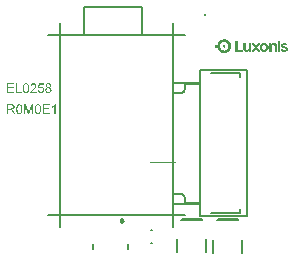
<source format=gto>
G04*
G04 #@! TF.GenerationSoftware,Altium Limited,Altium Designer,23.5.1 (21)*
G04*
G04 Layer_Color=65535*
%FSLAX44Y44*%
%MOMM*%
G71*
G04*
G04 #@! TF.SameCoordinates,8A31CEE1-4E44-459D-8F00-06555A1585A0*
G04*
G04*
G04 #@! TF.FilePolarity,Positive*
G04*
G01*
G75*
%ADD10C,0.2000*%
%ADD11C,0.2540*%
%ADD12C,0.2500*%
%ADD13C,0.1000*%
G36*
X204164Y202945D02*
X204174Y202935D01*
X204186Y202890D01*
X204193Y195429D01*
X204202Y195420D01*
X204228Y195413D01*
X208413Y195407D01*
X208435Y195385D01*
X208429Y193663D01*
X208413Y193647D01*
X208362Y193634D01*
X208336Y193641D01*
X207178D01*
X202219Y193647D01*
X202203Y193663D01*
X202197Y193689D01*
X202193Y202855D01*
X202200Y202906D01*
X202216Y202929D01*
X202232Y202945D01*
X202276Y202951D01*
X202350Y202948D01*
X204049Y202951D01*
X204068Y202945D01*
X204132Y202951D01*
X204164Y202945D01*
D02*
G37*
G36*
X239382D02*
X239478Y202938D01*
X239498Y202932D01*
X239539Y202922D01*
X239565Y202916D01*
X239642Y202903D01*
X239674Y202897D01*
X239706Y202884D01*
X239754Y202855D01*
X239798Y202842D01*
X239843Y202817D01*
X239856Y202804D01*
X239869Y202798D01*
X239926Y202766D01*
X239958Y202733D01*
X239971Y202727D01*
X240006Y202698D01*
X240115Y202589D01*
X240134Y202558D01*
X240150Y202535D01*
X240163Y202529D01*
X240211Y202442D01*
X240237Y202404D01*
X240253Y202337D01*
X240288Y202263D01*
X240301Y202212D01*
X240310Y202113D01*
X240317Y202036D01*
X240320Y201924D01*
X240313Y201905D01*
X240304Y201780D01*
X240298Y201729D01*
X240291Y201703D01*
X240278Y201671D01*
X240250Y201604D01*
X240243Y201579D01*
X240227Y201537D01*
X240192Y201489D01*
X240179Y201457D01*
X240173Y201444D01*
X240144Y201409D01*
X240128Y201393D01*
X240102Y201348D01*
X240003Y201249D01*
X239990Y201243D01*
X239955Y201214D01*
X239933Y201191D01*
X239875Y201159D01*
X239856Y201140D01*
X239824Y201127D01*
X239763Y201105D01*
X239754Y201095D01*
X239741Y201089D01*
X239734Y201083D01*
X239728D01*
X239696Y201070D01*
X239670Y201063D01*
X239616Y201054D01*
X239590Y201047D01*
X239517Y201025D01*
X239491Y201019D01*
X239408Y201012D01*
X239319Y201006D01*
X239299Y201012D01*
X239178Y201019D01*
X239158Y201025D01*
X239123Y201035D01*
X239069Y201051D01*
X239043Y201057D01*
X238954Y201076D01*
X238890Y201115D01*
X238829Y201137D01*
X238807Y201153D01*
X238794Y201166D01*
X238781Y201172D01*
X238723Y201204D01*
X238685Y201243D01*
X238672Y201249D01*
X238643Y201271D01*
X238637Y201284D01*
X238621Y201300D01*
X238608Y201307D01*
X238586Y201329D01*
X238579Y201342D01*
X238528Y201393D01*
X238496Y201451D01*
X238471Y201476D01*
X238448Y201537D01*
X238426Y201572D01*
X238400Y201630D01*
X238391Y201684D01*
X238372Y201735D01*
X238356Y201790D01*
X238343Y201879D01*
X238349Y202148D01*
X238356Y202167D01*
X238362Y202193D01*
X238375Y202225D01*
X238394Y202289D01*
X238400Y202314D01*
X238410Y202356D01*
X238435Y202394D01*
X238445Y202404D01*
X238467Y202465D01*
X238493Y202503D01*
X238515Y202526D01*
X238547Y202583D01*
X238586Y202621D01*
X238592Y202634D01*
X238621Y202663D01*
X238634Y202670D01*
X238650Y202686D01*
X238656Y202698D01*
X238666Y202708D01*
X238679Y202714D01*
X238736Y202759D01*
X238749Y202772D01*
X238819Y202810D01*
X238858Y202836D01*
X238938Y202865D01*
X238992Y202893D01*
X239043Y202906D01*
X239111Y202916D01*
X239162Y202929D01*
X239194Y202935D01*
X239232Y202941D01*
X239290Y202948D01*
X239363Y202951D01*
X239382Y202945D01*
D02*
G37*
G36*
X234999Y200872D02*
X235230Y200865D01*
X235249Y200859D01*
X235316Y200849D01*
X235348Y200843D01*
X235387Y200836D01*
X235418Y200830D01*
X235470Y200823D01*
X235527Y200817D01*
X235578Y200811D01*
X235610Y200804D01*
X235636Y200798D01*
X235748Y200763D01*
X235793Y200756D01*
X235834Y200747D01*
X235860Y200740D01*
X235940Y200705D01*
X235991Y200692D01*
X236026Y200683D01*
X236106Y200641D01*
X236157Y200628D01*
X236202Y200603D01*
X236234Y200583D01*
X236305Y200558D01*
X236340Y200529D01*
X236375Y200513D01*
X236417Y200497D01*
X236452Y200462D01*
X236484Y200449D01*
X236529Y200424D01*
X236554Y200398D01*
X236612Y200366D01*
X236644Y200334D01*
X236657Y200328D01*
X236692Y200299D01*
X236708Y200283D01*
X236721Y200276D01*
X236778Y200232D01*
X236810Y200200D01*
X236823Y200193D01*
X236893Y200123D01*
X236906Y200116D01*
X236938Y200078D01*
X236986Y200030D01*
X236993Y200017D01*
X237037Y199972D01*
X237044Y199960D01*
X237089Y199902D01*
X237108Y199883D01*
X237127Y199851D01*
X237159Y199819D01*
X237191Y199761D01*
X237204Y199748D01*
X237210Y199736D01*
X237223Y199723D01*
X237236Y199691D01*
X237255Y199659D01*
X237274Y199640D01*
X237281Y199627D01*
X237300Y199582D01*
X237319Y199550D01*
X237344Y199512D01*
X237367Y199451D01*
X237389Y199416D01*
X237415Y199358D01*
X237421Y199333D01*
X237437Y199291D01*
X237447Y199281D01*
X237453Y199269D01*
X237472Y199224D01*
X237488Y199157D01*
X237501Y199125D01*
X237530Y199057D01*
X237543Y198981D01*
X237549Y198955D01*
X237594Y198814D01*
X237600Y198750D01*
X237616Y198645D01*
X237629Y198581D01*
X237636Y198555D01*
X237642Y198517D01*
X237652Y198430D01*
X237658Y198366D01*
X237664Y198053D01*
X237658Y193657D01*
X237648Y193647D01*
X237616Y193634D01*
X237533Y193641D01*
X235732Y193638D01*
X235710Y193654D01*
X235700Y193663D01*
X235694Y193746D01*
X235687Y197931D01*
X235681Y197950D01*
X235674Y198002D01*
X235668Y198021D01*
X235649Y198085D01*
X235642Y198110D01*
X235633Y198171D01*
X235626Y198203D01*
X235610Y198245D01*
X235578Y198315D01*
X235572Y198341D01*
X235556Y198382D01*
X235540Y198405D01*
X235527Y198417D01*
X235511Y198459D01*
X235499Y198491D01*
X235483Y198507D01*
X235476Y198520D01*
X235463Y198533D01*
X235457Y198545D01*
X235431Y198590D01*
X235393Y198629D01*
X235374Y198661D01*
X235364Y198670D01*
X235351Y198677D01*
X235335Y198693D01*
X235329Y198706D01*
X235294Y198741D01*
X235281Y198747D01*
X235265Y198769D01*
X235249Y198785D01*
X235236Y198792D01*
X235201Y198821D01*
X235179Y198843D01*
X235121Y198875D01*
X235095Y198901D01*
X235063Y198913D01*
X235022Y198929D01*
X234999Y198952D01*
X234987Y198958D01*
X234955Y198971D01*
X234929Y198977D01*
X234887Y198993D01*
X234839Y199022D01*
X234798Y199032D01*
X234766Y199038D01*
X234727Y199045D01*
X234676Y199057D01*
X234644Y199070D01*
X234619Y199077D01*
X234587Y199083D01*
X234500Y199093D01*
X234417Y199099D01*
X234091Y199093D01*
X234072Y199086D01*
X234011Y199077D01*
X233918Y199048D01*
X233892Y199041D01*
X233838Y199032D01*
X233812Y199025D01*
X233780Y199013D01*
X233732Y198984D01*
X233691Y198974D01*
X233665Y198968D01*
X233630Y198945D01*
X233617Y198933D01*
X233573Y198913D01*
X233531Y198897D01*
X233502Y198869D01*
X233489Y198862D01*
X233432Y198830D01*
X233400Y198798D01*
X233387Y198792D01*
X233352Y198763D01*
X233323Y198734D01*
X233310Y198728D01*
X233230Y198648D01*
X233224Y198635D01*
X233179Y198590D01*
X233172Y198577D01*
X233144Y198542D01*
X233134Y198539D01*
X233128Y198526D01*
X233102Y198482D01*
X233073Y198446D01*
X233057Y198411D01*
X233044Y198379D01*
X233038Y198366D01*
X233019Y198347D01*
X233013Y198334D01*
X233000Y198302D01*
X232987Y198251D01*
X232942Y198155D01*
X232936Y198110D01*
X232929Y198085D01*
X232923Y198021D01*
X232917Y198002D01*
X232910Y197976D01*
X232904Y197931D01*
X232897Y197906D01*
X232891Y197784D01*
X232885Y193670D01*
X232869Y193647D01*
X232843Y193641D01*
X230930Y193647D01*
X230914Y193663D01*
X230907Y193727D01*
Y197496D01*
Y197502D01*
X230914Y200676D01*
X230930Y200692D01*
X230975Y200699D01*
X232760Y200692D01*
X232789Y200670D01*
X232795Y200644D01*
X232789Y200542D01*
X232795Y200107D01*
X232811Y200091D01*
X232849Y200097D01*
X232872Y200120D01*
X232878Y200132D01*
X232894Y200148D01*
X232907Y200155D01*
X232923Y200171D01*
X232929Y200184D01*
X232939Y200193D01*
X232952Y200200D01*
X232987Y200228D01*
X233016Y200257D01*
X233029Y200264D01*
X233064Y200292D01*
X233086Y200315D01*
X233144Y200347D01*
X233160Y200356D01*
X233163Y200366D01*
X233176Y200372D01*
X233233Y200404D01*
X233265Y200436D01*
X233297Y200449D01*
X233355Y200481D01*
X233374Y200500D01*
X233435Y200523D01*
X233470Y200545D01*
X233502Y200564D01*
X233528Y200571D01*
X233569Y200587D01*
X233579Y200596D01*
X233592Y200603D01*
X233624Y200622D01*
X233649Y200628D01*
X233694Y200641D01*
X233790Y200686D01*
X233841Y200699D01*
X233876Y200708D01*
X233908Y200721D01*
X233963Y200744D01*
X233988Y200750D01*
X234033Y200756D01*
X234059Y200763D01*
X234100Y200772D01*
X234193Y200801D01*
X234219Y200807D01*
X234263Y200814D01*
X234328Y200820D01*
X234433Y200836D01*
X234471Y200843D01*
X234503Y200849D01*
X234542Y200856D01*
X234593Y200862D01*
X234670Y200868D01*
X234939Y200875D01*
X234980Y200878D01*
X234999Y200872D01*
D02*
G37*
G36*
X192915Y204058D02*
X193171Y204052D01*
X193190Y204045D01*
X193290Y204036D01*
X193328Y204029D01*
X193459Y204013D01*
X193504Y204007D01*
X193654Y203997D01*
X193693Y203991D01*
X193718Y203984D01*
X193753Y203975D01*
X193779Y203968D01*
X193824Y203956D01*
X193869Y203949D01*
X193933Y203943D01*
X194025Y203927D01*
X194057Y203914D01*
X194131Y203892D01*
X194176Y203885D01*
X194201Y203879D01*
X194265Y203872D01*
X194349Y203834D01*
X194374Y203828D01*
X194419Y203821D01*
X194445Y203815D01*
X194492Y203805D01*
X194547Y203776D01*
X194592Y203764D01*
X194617Y203757D01*
X194665Y203748D01*
X194771Y203700D01*
X194825Y203690D01*
X194857Y203677D01*
X194867Y203668D01*
X194880Y203661D01*
X194937Y203636D01*
X194985Y203626D01*
X195017Y203613D01*
X195027Y203604D01*
X195040Y203597D01*
X195097Y203572D01*
X195139Y203562D01*
X195161Y203546D01*
X195174Y203533D01*
X195219Y203514D01*
X195260Y203505D01*
X195283Y203495D01*
X195318Y203466D01*
X195359Y203450D01*
X195395Y203440D01*
X195404Y203431D01*
X195417Y203424D01*
X195436Y203405D01*
X195468Y203393D01*
X195494Y203386D01*
X195539Y203361D01*
X195558Y203341D01*
X195590Y203328D01*
X195632Y203312D01*
X195660Y203284D01*
X195673Y203277D01*
X195737Y203252D01*
X195756Y203233D01*
X195769Y203226D01*
X195782Y203213D01*
X195823Y203197D01*
X195846Y203181D01*
X195865Y203162D01*
X195878Y203156D01*
X195948Y203117D01*
X195974Y203092D01*
X196044Y203053D01*
X196063Y203034D01*
X196076Y203028D01*
X196121Y203002D01*
X196159Y202964D01*
X196204Y202938D01*
X196230Y202913D01*
X196287Y202881D01*
X196326Y202842D01*
X196371Y202817D01*
X196380Y202807D01*
X196387Y202794D01*
X196425Y202769D01*
X196447Y202753D01*
X196486Y202714D01*
X196499Y202708D01*
X196534Y202679D01*
X196562Y202650D01*
X196575Y202644D01*
X196611Y202615D01*
X196639Y202586D01*
X196652Y202580D01*
X196703Y202529D01*
X196716Y202522D01*
X196774Y202465D01*
X196786Y202458D01*
X196802Y202442D01*
X196809Y202430D01*
X196831Y202407D01*
X196844Y202401D01*
X196873Y202372D01*
X196879Y202359D01*
X196889Y202349D01*
X196902Y202343D01*
X196930Y202314D01*
X196937Y202302D01*
X196959Y202279D01*
X196972Y202273D01*
X196988Y202257D01*
X196994Y202244D01*
X197058Y202180D01*
X197065Y202167D01*
X197074Y202158D01*
X197087Y202151D01*
X197103Y202135D01*
X197110Y202122D01*
X197138Y202087D01*
X197167Y202058D01*
X197174Y202046D01*
X197186Y202033D01*
X197193Y202020D01*
X197231Y201982D01*
X197237Y201969D01*
X197250Y201956D01*
X197257Y201943D01*
X197295Y201905D01*
X197302Y201892D01*
X197330Y201857D01*
X197353Y201834D01*
X197359Y201822D01*
X197388Y201786D01*
X197410Y201764D01*
X197417Y201751D01*
X197449Y201707D01*
X197468Y201687D01*
X197500Y201630D01*
X197532Y201598D01*
X197564Y201540D01*
X197596Y201508D01*
X197609Y201476D01*
X197615Y201463D01*
X197644Y201428D01*
X197660Y201412D01*
X197676Y201371D01*
X197685Y201361D01*
X197692Y201348D01*
X197711Y201329D01*
X197717Y201316D01*
X197749Y201259D01*
X197778Y201223D01*
X197797Y201172D01*
X197820Y201143D01*
X197826Y201131D01*
X197839Y201118D01*
X197852Y201086D01*
X197877Y201041D01*
X197903Y201003D01*
X197925Y200942D01*
X197941Y200919D01*
X197954Y200907D01*
X197967Y200875D01*
X197989Y200814D01*
X198012Y200791D01*
X198031Y200747D01*
X198037Y200721D01*
X198069Y200664D01*
X198095Y200606D01*
X198105Y200571D01*
X198114Y200548D01*
X198146Y200504D01*
X198159Y200452D01*
X198169Y200417D01*
X198210Y200337D01*
X198229Y200260D01*
X198255Y200216D01*
X198274Y200171D01*
X198284Y200116D01*
X198290Y200084D01*
X198309Y200046D01*
X198332Y200004D01*
X198338Y199979D01*
X198351Y199896D01*
X198364Y199864D01*
X198389Y199806D01*
X198396Y199781D01*
X198402Y199736D01*
X198418Y199662D01*
X198444Y199592D01*
X198453Y199557D01*
X198460Y199512D01*
X198466Y199486D01*
X198476Y199413D01*
X198489Y199361D01*
X198498Y199326D01*
X198517Y199249D01*
X198530Y199121D01*
X198540Y199041D01*
X198552Y198965D01*
X198559Y198933D01*
X198565Y198907D01*
X198572Y198875D01*
X198581Y198789D01*
X198588Y198648D01*
X198594Y198392D01*
X198600Y198174D01*
X198594Y197957D01*
X198584Y197672D01*
X198578Y197589D01*
X198565Y197506D01*
X198559Y197480D01*
X198546Y197416D01*
X198536Y197330D01*
X198530Y197304D01*
X198521Y197186D01*
X198514Y197147D01*
X198501Y197096D01*
X198485Y197042D01*
X198472Y196991D01*
X198466Y196927D01*
X198460Y196882D01*
X198453Y196856D01*
X198431Y196796D01*
X198415Y196741D01*
X198402Y196664D01*
X198393Y196623D01*
X198373Y196572D01*
X198357Y196536D01*
X198344Y196485D01*
X198335Y196424D01*
X198322Y196392D01*
X198293Y196344D01*
X198284Y196303D01*
X198277Y196264D01*
X198271Y196232D01*
X198258Y196200D01*
X198249Y196191D01*
X198242Y196178D01*
X198223Y196133D01*
X198207Y196066D01*
X198175Y196015D01*
X198165Y195986D01*
X198146Y195909D01*
X198117Y195874D01*
X198101Y195839D01*
X198092Y195797D01*
X198079Y195765D01*
X198069Y195756D01*
X198063Y195743D01*
X198050Y195730D01*
X198037Y195685D01*
X198021Y195644D01*
X198005Y195621D01*
X197980Y195583D01*
X197970Y195548D01*
X197957Y195516D01*
X197948Y195506D01*
X197941Y195493D01*
X197929Y195481D01*
X197916Y195449D01*
X197900Y195407D01*
X197884Y195385D01*
X197871Y195372D01*
X197865Y195359D01*
X197845Y195314D01*
X197826Y195282D01*
X197807Y195263D01*
X197801Y195250D01*
X197788Y195218D01*
X197762Y195173D01*
X197743Y195154D01*
X197737Y195141D01*
X197698Y195071D01*
X197679Y195052D01*
X197641Y194981D01*
X197615Y194956D01*
Y194949D01*
X197612Y194946D01*
X197583Y194892D01*
X197558Y194866D01*
X197551Y194853D01*
X197509Y194793D01*
X197500Y194790D01*
X197493Y194777D01*
X197468Y194732D01*
X197442Y194706D01*
X197436Y194694D01*
X197423Y194681D01*
X197397Y194636D01*
X197359Y194598D01*
X197340Y194566D01*
X197302Y194527D01*
X197282Y194495D01*
X197244Y194457D01*
X197237Y194444D01*
X197209Y194409D01*
X197180Y194380D01*
X197174Y194367D01*
X197161Y194354D01*
X197154Y194342D01*
X197116Y194303D01*
X197110Y194290D01*
X197046Y194226D01*
X197039Y194214D01*
X197017Y194191D01*
X197004Y194185D01*
X196994Y194175D01*
X196988Y194162D01*
X196924Y194098D01*
X196918Y194086D01*
X196902Y194070D01*
X196889Y194063D01*
X196866Y194041D01*
X196860Y194028D01*
X196850Y194018D01*
X196838Y194012D01*
X196767Y193942D01*
X196754Y193935D01*
X196745Y193926D01*
X196738Y193913D01*
X196716Y193890D01*
X196703Y193884D01*
X196652Y193833D01*
X196639Y193827D01*
X196626Y193814D01*
X196614Y193807D01*
X196575Y193769D01*
X196562Y193762D01*
X196550Y193750D01*
X196537Y193743D01*
X196499Y193705D01*
X196486Y193699D01*
X196451Y193670D01*
X196422Y193641D01*
X196390Y193622D01*
X196351Y193583D01*
X196319Y193564D01*
X196287Y193532D01*
X196275Y193526D01*
X196230Y193500D01*
X196198Y193468D01*
X196185Y193462D01*
X196140Y193436D01*
X196131Y193427D01*
X196127Y193417D01*
X196115Y193411D01*
X196102Y193398D01*
X196057Y193372D01*
X196038Y193353D01*
X196025Y193347D01*
X195955Y193308D01*
X195929Y193283D01*
X195859Y193244D01*
X195839Y193225D01*
X195795Y193206D01*
X195782Y193199D01*
X195747Y193171D01*
X195737Y193161D01*
X195711Y193155D01*
X195654Y193123D01*
X195635Y193103D01*
X195571Y193078D01*
X195558Y193071D01*
X195545Y193059D01*
X195532Y193052D01*
X195520Y193039D01*
X195439Y193011D01*
X195424Y192995D01*
X195411Y192988D01*
X195398Y192976D01*
X195372Y192969D01*
X195331Y192953D01*
X195296Y192931D01*
X195283Y192918D01*
X195238Y192905D01*
X195212Y192899D01*
X195168Y192873D01*
X195155Y192860D01*
X195123Y192847D01*
X195081Y192838D01*
X195049Y192825D01*
X195027Y192809D01*
X194969Y192784D01*
X194921Y192774D01*
X194889Y192761D01*
X194867Y192745D01*
X194822Y192726D01*
X194796Y192719D01*
X194755Y192710D01*
X194723Y192697D01*
X194643Y192662D01*
X194598Y192656D01*
X194573Y192649D01*
X194489Y192611D01*
X194438Y192598D01*
X194377Y192588D01*
X194352Y192582D01*
X194281Y192550D01*
X194256Y192544D01*
X194224Y192537D01*
X194173Y192531D01*
X194112Y192521D01*
X194080Y192508D01*
X194038Y192492D01*
X193987Y192480D01*
X193872Y192467D01*
X193801Y192454D01*
X193776Y192448D01*
X193741Y192438D01*
X193664Y192419D01*
X193561Y192412D01*
X193449Y192403D01*
X193398Y192396D01*
X193360Y192390D01*
X193274Y192380D01*
X193248Y192374D01*
X193072Y192358D01*
X192454Y192355D01*
X192435Y192361D01*
X192304Y192371D01*
X192247Y192377D01*
X192163Y192390D01*
X192125Y192396D01*
X192067Y192403D01*
X191991Y192409D01*
X191843Y192422D01*
X191811Y192428D01*
X191735Y192448D01*
X191700Y192457D01*
X191655Y192464D01*
X191629Y192470D01*
X191536Y192480D01*
X191504Y192486D01*
X191479Y192492D01*
X191427Y192512D01*
X191373Y192528D01*
X191309Y192534D01*
X191283Y192540D01*
X191242Y192550D01*
X191210Y192563D01*
X191156Y192585D01*
X191111Y192591D01*
X191085Y192598D01*
X191037Y192607D01*
X190964Y192643D01*
X190912Y192656D01*
X190845Y192672D01*
X190791Y192700D01*
X190746Y192713D01*
X190721Y192719D01*
X190685Y192729D01*
X190663Y192739D01*
X190625Y192764D01*
X190580Y192777D01*
X190554Y192784D01*
X190513Y192799D01*
X190474Y192825D01*
X190445Y192835D01*
X190401Y192847D01*
X190369Y192860D01*
X190324Y192892D01*
X190273Y192905D01*
X190228Y192931D01*
X190189Y192956D01*
X190164Y192963D01*
X190122Y192979D01*
X190100Y192995D01*
X190087Y193008D01*
X190055Y193020D01*
X190004Y193039D01*
X189969Y193068D01*
X189933Y193084D01*
X189892Y193100D01*
X189869Y193116D01*
X189850Y193135D01*
X189818Y193148D01*
X189761Y193180D01*
X189741Y193199D01*
X189709Y193212D01*
X189678Y193231D01*
X189665Y193244D01*
X189652Y193251D01*
X189639Y193263D01*
X189613Y193270D01*
X189569Y193302D01*
X189550Y193321D01*
X189492Y193353D01*
X189457Y193382D01*
X189402Y193411D01*
X189364Y193449D01*
X189319Y193475D01*
X189294Y193500D01*
X189281Y193507D01*
X189236Y193532D01*
X189214Y193548D01*
X189207Y193561D01*
X189169Y193587D01*
X189146Y193603D01*
X189108Y193641D01*
X189076Y193660D01*
X189044Y193692D01*
X189031Y193699D01*
X189018Y193711D01*
X189006Y193718D01*
X188967Y193756D01*
X188954Y193762D01*
X188942Y193775D01*
X188929Y193782D01*
X188884Y193827D01*
X188871Y193833D01*
X188849Y193849D01*
X188842Y193862D01*
X188820Y193884D01*
X188807Y193890D01*
X188743Y193955D01*
X188731Y193961D01*
X188715Y193977D01*
X188708Y193990D01*
X188692Y194006D01*
X188679Y194012D01*
X188644Y194047D01*
X188638Y194060D01*
X188615Y194076D01*
X188587Y194105D01*
X188580Y194118D01*
X188570Y194127D01*
X188558Y194134D01*
X188529Y194162D01*
X188522Y194175D01*
X188494Y194204D01*
X188484Y194207D01*
X188478Y194220D01*
X188465Y194233D01*
X188459Y194246D01*
X188442Y194262D01*
X188430Y194268D01*
X188420Y194278D01*
X188414Y194290D01*
X188401Y194303D01*
X188395Y194316D01*
X188350Y194361D01*
X188343Y194374D01*
X188305Y194412D01*
X188299Y194425D01*
X188286Y194438D01*
X188279Y194450D01*
X188251Y194486D01*
X188222Y194514D01*
X188215Y194527D01*
X188187Y194562D01*
X188174Y194569D01*
X188142Y194620D01*
X188107Y194655D01*
X188081Y194700D01*
X188052Y194735D01*
X188043Y194745D01*
X188017Y194790D01*
X187985Y194821D01*
X187953Y194879D01*
X187927Y194905D01*
X187889Y194975D01*
X187864Y195001D01*
X187825Y195071D01*
X187806Y195090D01*
X187787Y195135D01*
X187780Y195148D01*
X187764Y195170D01*
X187752Y195177D01*
X187723Y195244D01*
X187716Y195257D01*
X187691Y195282D01*
X187684Y195295D01*
X187665Y195340D01*
X187640Y195385D01*
X187620Y195404D01*
X187607Y195436D01*
X187598Y195471D01*
X187588Y195481D01*
X187582Y195493D01*
X187569Y195506D01*
X187563Y195519D01*
X187544Y195564D01*
X187537Y195589D01*
X187492Y195653D01*
X187479Y195704D01*
X187454Y195749D01*
X187428Y195788D01*
X187419Y195836D01*
X187406Y195868D01*
X187396Y195877D01*
X187390Y195890D01*
X187377Y195903D01*
X187364Y195948D01*
X187355Y195989D01*
X187342Y196021D01*
X187326Y196037D01*
X187313Y196069D01*
X187300Y196114D01*
X187291Y196156D01*
X187249Y196236D01*
X187240Y196277D01*
X187233Y196316D01*
X187220Y196348D01*
X187185Y196427D01*
X187179Y196472D01*
X187172Y196498D01*
X187163Y196533D01*
X187150Y196565D01*
X187134Y196600D01*
X187121Y196645D01*
X187115Y196709D01*
X187108Y196735D01*
X187099Y196770D01*
X187086Y196802D01*
X187070Y196843D01*
X187064Y196869D01*
X187057Y196914D01*
X187048Y196994D01*
X187041Y197026D01*
X187028Y197058D01*
X187016Y197071D01*
X186984Y197083D01*
X186939Y197090D01*
X185298Y197087D01*
X185278Y197106D01*
X185272Y197151D01*
X185278Y197170D01*
X185275Y199291D01*
X185282Y199317D01*
X185314Y199329D01*
X185394Y199326D01*
X186913Y199329D01*
X186932Y199323D01*
X186958Y199329D01*
X186996Y199336D01*
X187032Y199364D01*
X187044Y199397D01*
X187051Y199461D01*
X187057Y199505D01*
X187067Y199566D01*
X187080Y199598D01*
X187102Y199653D01*
X187115Y199729D01*
X187124Y199784D01*
X187131Y199809D01*
X187166Y199889D01*
X187172Y199915D01*
X187179Y199960D01*
X187185Y199985D01*
X187195Y200020D01*
X187204Y200030D01*
X187230Y200088D01*
X187246Y200161D01*
X187252Y200187D01*
X187294Y200267D01*
X187310Y200340D01*
X187358Y200433D01*
X187374Y200500D01*
X187396Y200536D01*
X187422Y200593D01*
X187432Y200628D01*
X187454Y200664D01*
X187479Y200702D01*
X187489Y200750D01*
X187521Y200801D01*
X187537Y200830D01*
X187560Y200891D01*
X187575Y200913D01*
X187588Y200926D01*
X187607Y200971D01*
X187614Y200996D01*
X187665Y201073D01*
X187681Y201115D01*
X187697Y201137D01*
X187716Y201156D01*
X187729Y201188D01*
X187745Y201230D01*
X187780Y201265D01*
X187799Y201310D01*
X187806Y201322D01*
X187819Y201335D01*
X187825Y201348D01*
X187844Y201367D01*
X187860Y201409D01*
X187892Y201447D01*
X187908Y201463D01*
X187924Y201505D01*
X187940Y201521D01*
X187947Y201534D01*
X187966Y201553D01*
X187991Y201598D01*
X188001Y201614D01*
X188014Y201620D01*
X188059Y201691D01*
X188087Y201719D01*
X188094Y201732D01*
X188119Y201777D01*
X188142Y201793D01*
X188177Y201847D01*
X188222Y201892D01*
X188241Y201924D01*
X188279Y201962D01*
X188286Y201975D01*
X188315Y202010D01*
X188343Y202039D01*
X188350Y202052D01*
X188379Y202087D01*
X188414Y202122D01*
X188420Y202135D01*
X188471Y202186D01*
X188478Y202199D01*
X188500Y202222D01*
X188513Y202228D01*
X188522Y202238D01*
X188529Y202250D01*
X188542Y202263D01*
X188545Y202273D01*
X188558Y202279D01*
X188599Y202321D01*
X188606Y202334D01*
X188644Y202365D01*
X188657Y202378D01*
X188663Y202391D01*
X188673Y202401D01*
X188686Y202407D01*
X188750Y202471D01*
X188762Y202477D01*
X188778Y202493D01*
X188785Y202506D01*
X188801Y202522D01*
X188814Y202529D01*
X188865Y202580D01*
X188878Y202586D01*
X188890Y202599D01*
X188903Y202605D01*
X188942Y202644D01*
X188954Y202650D01*
X188967Y202663D01*
X188980Y202670D01*
X189025Y202714D01*
X189057Y202733D01*
X189095Y202772D01*
X189108Y202778D01*
X189143Y202807D01*
X189166Y202829D01*
X189178Y202836D01*
X189214Y202865D01*
X189236Y202887D01*
X189294Y202919D01*
X189326Y202951D01*
X189380Y202980D01*
X189386Y202993D01*
X189402Y203009D01*
X189473Y203047D01*
X189492Y203066D01*
X189505Y203073D01*
X189562Y203105D01*
X189572Y203114D01*
X189575Y203124D01*
X189588Y203130D01*
X189658Y203169D01*
X189678Y203188D01*
X189690Y203194D01*
X189761Y203233D01*
X189780Y203252D01*
X189844Y203277D01*
X189879Y203306D01*
X189889Y203316D01*
X189959Y203341D01*
X189994Y203370D01*
X190029Y203386D01*
X190071Y203402D01*
X190093Y203418D01*
X190132Y203444D01*
X190173Y203453D01*
X190225Y203485D01*
X190234Y203495D01*
X190266Y203508D01*
X190308Y203517D01*
X190359Y203549D01*
X190394Y203565D01*
X190420Y203572D01*
X190480Y203594D01*
X190497Y203610D01*
X190541Y203629D01*
X190609Y203645D01*
X190631Y203655D01*
X190669Y203680D01*
X190701Y203693D01*
X190756Y203703D01*
X190781Y203709D01*
X190848Y203744D01*
X190893Y203757D01*
X190941Y203767D01*
X190967Y203773D01*
X191040Y203808D01*
X191066Y203815D01*
X191133Y203824D01*
X191159Y203831D01*
X191191Y203844D01*
X191245Y203866D01*
X191271Y203872D01*
X191360Y203885D01*
X191402Y203895D01*
X191434Y203908D01*
X191507Y203930D01*
X191552Y203936D01*
X191578Y203943D01*
X191667Y203949D01*
X191687Y203956D01*
X191728Y203965D01*
X191754Y203972D01*
X191789Y203981D01*
X191815Y203988D01*
X191859Y203994D01*
X191885Y204000D01*
X192042Y204010D01*
X192106Y204016D01*
X192189Y204029D01*
X192221Y204036D01*
X192272Y204042D01*
X192342Y204048D01*
X192426Y204055D01*
X192592Y204061D01*
X192896Y204064D01*
X192915Y204058D01*
D02*
G37*
G36*
X243823Y200859D02*
X244079Y200852D01*
X244098Y200846D01*
X244239Y200833D01*
X244284Y200827D01*
X244402Y200817D01*
X244473Y200811D01*
X244549Y200798D01*
X244585Y200788D01*
X244629Y200775D01*
X244681Y200763D01*
X244799Y200747D01*
X244825Y200740D01*
X244856Y200728D01*
X244898Y200711D01*
X244943Y200699D01*
X245004Y200689D01*
X245029Y200683D01*
X245096Y200648D01*
X245148Y200635D01*
X245189Y200625D01*
X245221Y200612D01*
X245237Y200596D01*
X245282Y200577D01*
X245308Y200571D01*
X245343Y200561D01*
X245381Y200536D01*
X245391Y200526D01*
X245423Y200513D01*
X245448Y200507D01*
X245493Y200481D01*
X245506Y200468D01*
X245519Y200462D01*
X245551Y200449D01*
X245596Y200424D01*
X245615Y200404D01*
X245698Y200359D01*
X245724Y200334D01*
X245768Y200308D01*
X245800Y200276D01*
X245858Y200244D01*
X245896Y200206D01*
X245909Y200200D01*
X245944Y200171D01*
X245986Y200129D01*
X245999Y200123D01*
X246031Y200084D01*
X246043Y200072D01*
X246056Y200065D01*
X246066Y200056D01*
X246072Y200043D01*
X246085Y200030D01*
X246091Y200017D01*
X246101Y200008D01*
X246114Y200001D01*
X246124Y199992D01*
X246130Y199979D01*
X246162Y199934D01*
X246181Y199915D01*
X246187Y199902D01*
X246200Y199889D01*
X246226Y199844D01*
X246258Y199813D01*
X246271Y199781D01*
X246277Y199768D01*
X246296Y199748D01*
X246303Y199736D01*
X246315Y199723D01*
X246338Y199662D01*
X246347Y199653D01*
X246354Y199640D01*
X246373Y199620D01*
X246386Y199576D01*
X246402Y199534D01*
X246418Y199512D01*
X246443Y199454D01*
X246459Y199387D01*
X246482Y199345D01*
X246488Y199326D01*
X246472Y199297D01*
X246459Y199291D01*
X246427Y199278D01*
X246392Y199269D01*
X246312Y199227D01*
X246245Y199211D01*
X246213Y199198D01*
X246203Y199189D01*
X246159Y199169D01*
X246108Y199157D01*
X246072Y199147D01*
X246034Y199121D01*
X245992Y199105D01*
X245951Y199096D01*
X245925Y199089D01*
X245893Y199077D01*
X245884Y199067D01*
X245871Y199061D01*
X245826Y199041D01*
X245759Y199025D01*
X245679Y198984D01*
X245637Y198974D01*
X245612Y198968D01*
X245580Y198955D01*
X245532Y198926D01*
X245480Y198913D01*
X245445Y198904D01*
X245413Y198891D01*
X245404Y198881D01*
X245359Y198862D01*
X245308Y198850D01*
X245272Y198840D01*
X245234Y198814D01*
X245199Y198798D01*
X245132Y198782D01*
X245100Y198769D01*
X245045Y198741D01*
X244968Y198722D01*
X244911Y198689D01*
X244879Y198677D01*
X244837Y198673D01*
X244805Y198686D01*
X244786Y198731D01*
X244780Y198769D01*
X244748Y198814D01*
X244722Y198872D01*
X244703Y198904D01*
X244677Y198929D01*
X244652Y198974D01*
X244623Y199009D01*
X244607Y199025D01*
X244601Y199038D01*
X244581Y199057D01*
X244575Y199070D01*
X244565Y199080D01*
X244553Y199086D01*
X244495Y199144D01*
X244482Y199150D01*
X244425Y199195D01*
X244412Y199208D01*
X244329Y199253D01*
X244316Y199265D01*
X244284Y199278D01*
X244242Y199288D01*
X244194Y199310D01*
X244137Y199336D01*
X244031Y199352D01*
X243993Y199358D01*
X243961Y199364D01*
X243922Y199371D01*
X243890Y199377D01*
X243833Y199384D01*
X243714Y199387D01*
X243695Y199381D01*
X243574Y199374D01*
X243554Y199368D01*
X243500Y199358D01*
X243347Y199333D01*
X243314Y199320D01*
X243273Y199297D01*
X243241Y199285D01*
X243206Y199275D01*
X243167Y199243D01*
X243119Y199214D01*
X243106Y199208D01*
X243065Y199166D01*
X243058Y199153D01*
X243027Y199128D01*
X243020Y199115D01*
X242982Y199045D01*
X242956Y199006D01*
X242943Y198955D01*
X242934Y198862D01*
X242931Y198782D01*
X242937Y198763D01*
X242946Y198670D01*
X242953Y198645D01*
X242975Y198610D01*
X243001Y198571D01*
X243027Y198526D01*
X243126Y198427D01*
X243139Y198421D01*
X243196Y198376D01*
X243267Y198338D01*
X243286Y198318D01*
X243330Y198299D01*
X243366Y198290D01*
X243401Y198267D01*
X243458Y198242D01*
X243494Y198232D01*
X243526Y198219D01*
X243606Y198184D01*
X243631Y198178D01*
X243698Y198162D01*
X243772Y198126D01*
X243849Y198114D01*
X243874Y198107D01*
X243916Y198091D01*
X243948Y198078D01*
X243990Y198062D01*
X244034Y198056D01*
X244108Y198040D01*
X244143Y198024D01*
X244175Y198011D01*
X244226Y197998D01*
X244271Y197992D01*
X244297Y197986D01*
X244332Y197976D01*
X244364Y197963D01*
X244405Y197947D01*
X244457Y197934D01*
X244511Y197925D01*
X244537Y197918D01*
X244601Y197893D01*
X244629Y197883D01*
X244681Y197870D01*
X244735Y197861D01*
X244786Y197842D01*
X244821Y197826D01*
X244866Y197813D01*
X244892Y197806D01*
X244930Y197800D01*
X245013Y197762D01*
X245058Y197749D01*
X245100Y197739D01*
X245132Y197726D01*
X245180Y197698D01*
X245215Y197688D01*
X245247Y197682D01*
X245288Y197666D01*
X245327Y197640D01*
X245359Y197627D01*
X245400Y197618D01*
X245452Y197586D01*
X245487Y197570D01*
X245512Y197563D01*
X245570Y197531D01*
X245583Y197519D01*
X245615Y197506D01*
X245656Y197490D01*
X245724Y197442D01*
X245749Y197435D01*
X245794Y197403D01*
X245807Y197391D01*
X245877Y197352D01*
X245903Y197327D01*
X245947Y197301D01*
X245979Y197269D01*
X245992Y197263D01*
X246050Y197218D01*
X246069Y197199D01*
X246082Y197192D01*
X246117Y197163D01*
X246159Y197122D01*
X246171Y197115D01*
X246194Y197093D01*
X246200Y197080D01*
X246252Y197029D01*
X246258Y197016D01*
X246271Y197003D01*
X246277Y196991D01*
X246315Y196952D01*
X246322Y196940D01*
X246354Y196895D01*
X246379Y196869D01*
X246411Y196812D01*
X246431Y196792D01*
X246450Y196747D01*
X246475Y196703D01*
X246488Y196690D01*
X246495Y196677D01*
X246507Y196645D01*
X246530Y196584D01*
X246539Y196575D01*
X246546Y196562D01*
X246565Y196517D01*
X246571Y196492D01*
X246581Y196450D01*
X246600Y196412D01*
X246616Y196370D01*
X246629Y196319D01*
X246639Y196252D01*
X246645Y196220D01*
X246651Y196194D01*
X246658Y196162D01*
X246664Y196136D01*
X246671Y196098D01*
X246677Y196072D01*
X246687Y195986D01*
X246693Y195672D01*
X246683Y195484D01*
X246677Y195433D01*
X246664Y195369D01*
X246655Y195333D01*
X246642Y195282D01*
X246635Y195237D01*
X246629Y195212D01*
X246623Y195154D01*
X246616Y195135D01*
X246584Y195065D01*
X246571Y195020D01*
X246562Y194972D01*
X246543Y194933D01*
X246520Y194892D01*
X246507Y194847D01*
X246491Y194806D01*
X246475Y194790D01*
X246469Y194777D01*
X246443Y194719D01*
X246421Y194678D01*
X246411Y194674D01*
X246405Y194662D01*
X246392Y194649D01*
X246386Y194623D01*
X246322Y194534D01*
X246303Y194502D01*
X246271Y194470D01*
X246242Y194422D01*
X246229Y194415D01*
X246219Y194406D01*
X246213Y194393D01*
X246200Y194380D01*
X246194Y194367D01*
X246143Y194316D01*
X246136Y194303D01*
X246069Y194236D01*
X246056Y194230D01*
X246005Y194178D01*
X245992Y194172D01*
X245947Y194127D01*
X245916Y194108D01*
X245877Y194070D01*
X245832Y194044D01*
X245800Y194012D01*
X245730Y193974D01*
X245711Y193955D01*
X245628Y193910D01*
X245615Y193897D01*
X245602Y193890D01*
X245570Y193878D01*
X245528Y193862D01*
X245506Y193839D01*
X245493Y193833D01*
X245461Y193820D01*
X245400Y193798D01*
X245391Y193788D01*
X245378Y193782D01*
X245346Y193762D01*
X245320Y193756D01*
X245285Y193746D01*
X245253Y193734D01*
X245205Y193705D01*
X245164Y193695D01*
X245132Y193689D01*
X245106Y193682D01*
X245033Y193647D01*
X244981Y193634D01*
X244921Y193625D01*
X244850Y193599D01*
X244796Y193583D01*
X244770Y193577D01*
X244697Y193567D01*
X244620Y193555D01*
X244588Y193548D01*
X244511Y193529D01*
X244479Y193523D01*
X244393Y193513D01*
X244329Y193507D01*
X244191Y193497D01*
X244127Y193491D01*
X244089Y193484D01*
X244006Y193478D01*
X243871Y193471D01*
X243567Y193468D01*
X243548Y193475D01*
X243382Y193481D01*
X243363Y193487D01*
X243251Y193497D01*
X243161Y193503D01*
X243007Y193516D01*
X242956Y193523D01*
X242892Y193535D01*
X242838Y193551D01*
X242812Y193558D01*
X242767Y193564D01*
X242742Y193571D01*
X242665Y193577D01*
X242646Y193583D01*
X242611Y193593D01*
X242556Y193615D01*
X242505Y193628D01*
X242460Y193634D01*
X242419Y193644D01*
X242387Y193657D01*
X242320Y193686D01*
X242294Y193692D01*
X242252Y193702D01*
X242220Y193715D01*
X242147Y193750D01*
X242105Y193759D01*
X242073Y193772D01*
X242064Y193782D01*
X242051Y193788D01*
X242019Y193807D01*
X241968Y193820D01*
X241923Y193846D01*
X241910Y193859D01*
X241897Y193865D01*
X241865Y193878D01*
X241824Y193894D01*
X241801Y193916D01*
X241788Y193923D01*
X241744Y193942D01*
X241712Y193961D01*
X241692Y193980D01*
X241680Y193986D01*
X241609Y194025D01*
X241584Y194050D01*
X241571Y194057D01*
X241526Y194089D01*
X241500Y194114D01*
X241456Y194140D01*
X241424Y194172D01*
X241411Y194178D01*
X241356Y194220D01*
X241350Y194233D01*
X241321Y194255D01*
X241308Y194262D01*
X241292Y194278D01*
X241286Y194290D01*
X241270Y194306D01*
X241257Y194313D01*
X241222Y194348D01*
X241216Y194361D01*
X241206Y194370D01*
X241193Y194377D01*
X241171Y194399D01*
X241164Y194412D01*
X241113Y194463D01*
X241107Y194476D01*
X241078Y194517D01*
X241068Y194521D01*
X241062Y194534D01*
X241043Y194553D01*
X241017Y194598D01*
X240985Y194629D01*
X240960Y194674D01*
X240934Y194700D01*
X240928Y194713D01*
X240889Y194783D01*
X240870Y194802D01*
X240857Y194834D01*
X240825Y194892D01*
X240813Y194905D01*
X240800Y194937D01*
Y194943D01*
X240793Y194962D01*
X240761Y195020D01*
X240749Y195033D01*
X240729Y195097D01*
X240678Y195205D01*
X240662Y195273D01*
X240653Y195301D01*
X240659Y195333D01*
X240669Y195343D01*
X240701Y195356D01*
X240736Y195365D01*
X240797Y195401D01*
X240873Y195420D01*
X240915Y195436D01*
X240924Y195445D01*
X240937Y195452D01*
X240982Y195471D01*
X241049Y195487D01*
X241129Y195529D01*
X241171Y195538D01*
X241196Y195544D01*
X241229Y195557D01*
X241276Y195586D01*
X241328Y195599D01*
X241363Y195609D01*
X241395Y195621D01*
X241404Y195631D01*
X241449Y195650D01*
X241500Y195663D01*
X241536Y195672D01*
X241574Y195698D01*
X241616Y195714D01*
X241657Y195724D01*
X241683Y195730D01*
X241737Y195759D01*
X241782Y195778D01*
X241849Y195794D01*
X241929Y195836D01*
X241971Y195845D01*
X241996Y195852D01*
X242028Y195865D01*
X242076Y195893D01*
X242127Y195906D01*
X242163Y195916D01*
X242268Y195964D01*
X242313Y195957D01*
X242329Y195941D01*
X242339Y195887D01*
X242345Y195861D01*
X242371Y195823D01*
X242387Y195788D01*
X242393Y195762D01*
X242406Y195730D01*
X242435Y195695D01*
X242451Y195660D01*
X242483Y195602D01*
X242508Y195576D01*
X242534Y195532D01*
X242572Y195493D01*
X242579Y195481D01*
X242591Y195468D01*
X242598Y195455D01*
X242697Y195356D01*
X242710Y195349D01*
X242723Y195337D01*
X242735Y195330D01*
X242767Y195298D01*
X242780Y195292D01*
X242825Y195260D01*
X242844Y195241D01*
X242889Y195221D01*
X242902Y195215D01*
X242937Y195186D01*
X242972Y195170D01*
X243007Y195161D01*
X243058Y195129D01*
X243100Y195113D01*
X243142Y195103D01*
X243174Y195097D01*
X243206Y195084D01*
X243273Y195055D01*
X243334Y195046D01*
X243391Y195039D01*
X243468Y195026D01*
X243532Y195014D01*
X243618Y195004D01*
X243644Y194998D01*
X243833Y194994D01*
X243935Y195001D01*
X243993Y195007D01*
X244057Y195020D01*
X244082Y195026D01*
X244114Y195033D01*
X244191Y195046D01*
X244252Y195055D01*
X244309Y195087D01*
X244341Y195100D01*
X244377Y195109D01*
X244399Y195119D01*
X244434Y195148D01*
X244489Y195177D01*
X244524Y195205D01*
X244553Y195234D01*
X244565Y195241D01*
X244594Y195269D01*
X244601Y195282D01*
X244645Y195340D01*
X244671Y195397D01*
X244687Y195439D01*
X244703Y195468D01*
X244716Y195513D01*
X244722Y195557D01*
X244716Y195775D01*
X244665Y195884D01*
X244639Y195928D01*
X244620Y195948D01*
X244613Y195961D01*
X244581Y196005D01*
X244553Y196034D01*
X244543Y196037D01*
X244537Y196050D01*
X244508Y196079D01*
X244495Y196085D01*
X244437Y196130D01*
X244425Y196143D01*
X244367Y196175D01*
X244322Y196207D01*
X244297Y196213D01*
X244252Y196239D01*
X244239Y196252D01*
X244194Y196271D01*
X244159Y196280D01*
X244127Y196293D01*
X244111Y196309D01*
X244066Y196328D01*
X244025Y196338D01*
X243999Y196344D01*
X243919Y196386D01*
X243894Y196392D01*
X243852Y196402D01*
X243826Y196408D01*
X243734Y196450D01*
X243634Y196472D01*
X243602Y196485D01*
X243535Y196514D01*
X243481Y196523D01*
X243449Y196530D01*
X243417Y196543D01*
X243350Y196572D01*
X243295Y196581D01*
X243263Y196588D01*
X243238Y196594D01*
X243158Y196629D01*
X243106Y196642D01*
X243058Y196651D01*
X243007Y196671D01*
X242972Y196687D01*
X242927Y196700D01*
X242879Y196709D01*
X242854Y196716D01*
X242831Y196725D01*
X242761Y196757D01*
X242735Y196763D01*
X242697Y196770D01*
X242601Y196815D01*
X242550Y196828D01*
X242511Y196834D01*
X242447Y196872D01*
X242403Y196885D01*
X242377Y196891D01*
X242335Y196908D01*
X242326Y196917D01*
X242313Y196924D01*
X242255Y196949D01*
X242220Y196959D01*
X242185Y196981D01*
X242115Y197013D01*
X242089Y197019D01*
X242054Y197048D01*
X241987Y197077D01*
X241955Y197096D01*
X241936Y197115D01*
X241891Y197135D01*
X241846Y197160D01*
X241820Y197186D01*
X241763Y197218D01*
X241750Y197231D01*
X241737Y197237D01*
X241724Y197250D01*
X241667Y197282D01*
X241635Y197314D01*
X241622Y197320D01*
X241587Y197349D01*
X241584Y197359D01*
X241571Y197365D01*
X241558Y197378D01*
X241545Y197384D01*
X241481Y197448D01*
X241472Y197451D01*
X241465Y197464D01*
X241430Y197499D01*
X241417Y197506D01*
X241385Y197551D01*
X241372Y197557D01*
X241350Y197579D01*
X241331Y197611D01*
X241292Y197650D01*
X241267Y197694D01*
X241241Y197720D01*
X241196Y197803D01*
X241177Y197822D01*
X241148Y197902D01*
X241139Y197912D01*
X241133Y197925D01*
X241120Y197938D01*
X241101Y198002D01*
X241094Y198027D01*
X241049Y198123D01*
X241043Y198168D01*
X241036Y198194D01*
X241021Y198261D01*
X241014Y198286D01*
X241005Y198322D01*
X240998Y198347D01*
X240992Y198392D01*
X240985Y198417D01*
X240979Y198558D01*
X240972Y198808D01*
X240979Y198827D01*
X240985Y199025D01*
X240992Y199045D01*
X240998Y199096D01*
X241011Y199128D01*
X241017Y199153D01*
X241030Y199198D01*
X241036Y199243D01*
X241043Y199269D01*
X241052Y199323D01*
X241065Y199355D01*
X241094Y199422D01*
X241101Y199448D01*
X241110Y199483D01*
X241123Y199515D01*
X241139Y199531D01*
X241158Y199576D01*
X241180Y199636D01*
X241190Y199646D01*
X241196Y199659D01*
X241209Y199672D01*
X241222Y199704D01*
X241254Y199761D01*
X241273Y199781D01*
X241312Y199851D01*
X241337Y199876D01*
X241344Y199889D01*
X241376Y199934D01*
X241395Y199953D01*
X241401Y199966D01*
X241430Y200008D01*
X241443Y200014D01*
X241465Y200036D01*
X241472Y200049D01*
X241571Y200148D01*
X241584Y200155D01*
X241600Y200171D01*
X241606Y200184D01*
X241616Y200193D01*
X241628Y200200D01*
X241664Y200228D01*
X241692Y200257D01*
X241737Y200283D01*
X241769Y200315D01*
X241827Y200347D01*
X241859Y200379D01*
X241891Y200392D01*
X241923Y200411D01*
X241942Y200430D01*
X241955Y200436D01*
X241987Y200449D01*
X242044Y200481D01*
X242064Y200500D01*
X242099Y200510D01*
X242150Y200529D01*
X242172Y200551D01*
X242204Y200564D01*
X242230Y200571D01*
X242291Y200593D01*
X242300Y200603D01*
X242313Y200609D01*
X242358Y200628D01*
X242431Y200644D01*
X242463Y200657D01*
X242531Y200686D01*
X242556Y200692D01*
X242630Y200708D01*
X242681Y200728D01*
X242735Y200744D01*
X242812Y200756D01*
X242857Y200763D01*
X242899Y200772D01*
X243001Y200798D01*
X243033Y200804D01*
X243119Y200814D01*
X243164Y200820D01*
X243314Y200830D01*
X243366Y200836D01*
X243510Y200852D01*
X243737Y200862D01*
X243804Y200865D01*
X243823Y200859D01*
D02*
G37*
G36*
X223367Y200692D02*
X223383Y200676D01*
X223376Y200644D01*
X223357Y200625D01*
X223351Y200612D01*
X223306Y200567D01*
X223299Y200555D01*
X223264Y200500D01*
X223251Y200494D01*
X223207Y200424D01*
X223184Y200401D01*
X223178Y200388D01*
X223136Y200328D01*
X223123Y200321D01*
X223085Y200257D01*
X223072Y200251D01*
X223063Y200241D01*
X223056Y200228D01*
X223031Y200184D01*
X222999Y200152D01*
X222992Y200139D01*
X222957Y200084D01*
X222944Y200078D01*
X222935Y200068D01*
X222928Y200056D01*
X222896Y200011D01*
X222877Y199992D01*
X222871Y199979D01*
X222845Y199934D01*
X222813Y199902D01*
X222807Y199889D01*
X222775Y199844D01*
X222749Y199819D01*
X222743Y199806D01*
X222711Y199761D01*
X222691Y199742D01*
X222685Y199729D01*
X222659Y199685D01*
X222628Y199653D01*
X222621Y199640D01*
X222589Y199595D01*
X222563Y199569D01*
X222557Y199557D01*
X222525Y199512D01*
X222512Y199499D01*
X222506Y199486D01*
X222480Y199448D01*
X222474Y199435D01*
X222442Y199403D01*
X222435Y199390D01*
X222404Y199345D01*
X222378Y199320D01*
X222352Y199275D01*
X222327Y199249D01*
X222320Y199237D01*
X222279Y199176D01*
X222256Y199153D01*
X222250Y199141D01*
X222218Y199096D01*
X222192Y199070D01*
X222167Y199025D01*
X222141Y199000D01*
X222135Y198987D01*
X222109Y198942D01*
X222071Y198904D01*
X222064Y198891D01*
X222032Y198846D01*
X222007Y198821D01*
X221981Y198776D01*
X221956Y198750D01*
X221949Y198738D01*
X221924Y198693D01*
X221901Y198670D01*
X221898Y198667D01*
X221885Y198654D01*
X221879Y198641D01*
X221847Y198597D01*
X221821Y198571D01*
X221796Y198526D01*
X221777Y198507D01*
X221770Y198494D01*
X221757Y198482D01*
X221732Y198437D01*
X221700Y198405D01*
X221693Y198392D01*
X221661Y198347D01*
X221636Y198322D01*
X221610Y198277D01*
X221584Y198251D01*
X221578Y198238D01*
X221553Y198194D01*
X221514Y198155D01*
X221508Y198142D01*
X221463Y198085D01*
X221437Y198046D01*
X221431Y198034D01*
X221399Y198002D01*
X221392Y197989D01*
X221367Y197944D01*
X221329Y197906D01*
X221322Y197893D01*
X221293Y197858D01*
X221284Y197848D01*
X221277Y197835D01*
X221236Y197775D01*
X221220Y197759D01*
X221213Y197746D01*
X221201Y197733D01*
X221178Y197691D01*
X221165Y197685D01*
X221156Y197675D01*
X221149Y197663D01*
X221117Y197618D01*
X221098Y197598D01*
X221092Y197586D01*
X221050Y197525D01*
X221034Y197509D01*
X221028Y197496D01*
X220983Y197439D01*
X220964Y197419D01*
X220938Y197375D01*
X220913Y197349D01*
X220906Y197336D01*
X220881Y197291D01*
X220842Y197253D01*
X220836Y197240D01*
X220823Y197208D01*
X220830Y197151D01*
X220858Y197115D01*
X220881Y197093D01*
X220913Y197035D01*
X220951Y196997D01*
X220977Y196952D01*
X220986Y196943D01*
X220996Y196940D01*
X221002Y196927D01*
X221015Y196914D01*
X221041Y196869D01*
X221066Y196843D01*
X221073Y196831D01*
X221114Y196770D01*
X221137Y196747D01*
X221156Y196716D01*
X221188Y196684D01*
X221194Y196671D01*
X221226Y196626D01*
X221239Y196613D01*
X221245Y196600D01*
X221258Y196588D01*
X221284Y196543D01*
X221316Y196511D01*
X221341Y196466D01*
X221380Y196427D01*
X221405Y196383D01*
X221431Y196357D01*
X221437Y196344D01*
X221479Y196284D01*
X221501Y196261D01*
X221508Y196248D01*
X221530Y196213D01*
X221543Y196207D01*
X221553Y196197D01*
X221559Y196184D01*
X221600Y196124D01*
X221623Y196101D01*
X221649Y196056D01*
X221681Y196024D01*
X221687Y196012D01*
X221719Y195967D01*
X221744Y195941D01*
X221770Y195896D01*
X221802Y195865D01*
X221834Y195807D01*
X221873Y195769D01*
X221898Y195724D01*
X221908Y195714D01*
X221917Y195711D01*
X221924Y195698D01*
X221956Y195653D01*
X221962Y195641D01*
X221988Y195615D01*
X221994Y195602D01*
X222029Y195548D01*
X222039Y195544D01*
X222045Y195532D01*
X222058Y195519D01*
X222077Y195487D01*
X222109Y195455D01*
X222116Y195442D01*
X222148Y195397D01*
X222167Y195378D01*
X222173Y195365D01*
X222199Y195321D01*
X222237Y195282D01*
X222263Y195237D01*
X222301Y195199D01*
X222327Y195154D01*
X222352Y195129D01*
X222359Y195116D01*
X222400Y195055D01*
X222423Y195033D01*
X222429Y195020D01*
X222458Y194985D01*
X222474Y194969D01*
X222480Y194956D01*
X222522Y194895D01*
X222544Y194873D01*
X222570Y194828D01*
X222602Y194796D01*
X222608Y194783D01*
X222640Y194738D01*
X222666Y194713D01*
X222691Y194668D01*
X222724Y194636D01*
X222756Y194578D01*
X222794Y194540D01*
X222819Y194495D01*
X222829Y194486D01*
X222839Y194482D01*
X222845Y194470D01*
X222871Y194431D01*
X222877Y194418D01*
X222909Y194386D01*
X222915Y194374D01*
X222947Y194329D01*
X222967Y194310D01*
X222973Y194297D01*
X223005Y194252D01*
X223031Y194226D01*
X223037Y194214D01*
X223069Y194169D01*
X223088Y194150D01*
X223095Y194137D01*
X223120Y194092D01*
X223159Y194054D01*
X223184Y194009D01*
X223223Y193971D01*
X223248Y193926D01*
X223280Y193894D01*
X223312Y193836D01*
X223344Y193804D01*
X223351Y193791D01*
X223379Y193756D01*
X223395Y193740D01*
X223402Y193727D01*
X223427Y193689D01*
X223434Y193663D01*
X223418Y193647D01*
X223392Y193641D01*
X221309Y193638D01*
X221284Y193644D01*
X221265Y193663D01*
X221258Y193676D01*
X221207Y193727D01*
X221181Y193772D01*
X221156Y193798D01*
X221149Y193811D01*
X221108Y193871D01*
X221079Y193900D01*
X221060Y193932D01*
X221028Y193964D01*
X221002Y194009D01*
X220973Y194044D01*
X220964Y194054D01*
X220957Y194066D01*
X220925Y194111D01*
X220900Y194137D01*
X220874Y194182D01*
X220836Y194220D01*
X220810Y194265D01*
X220785Y194290D01*
X220778Y194303D01*
X220743Y194358D01*
X220730Y194364D01*
X220702Y194406D01*
X220695Y194418D01*
X220657Y194457D01*
X220631Y194502D01*
X220621Y194517D01*
X220612Y194521D01*
X220606Y194534D01*
X220593Y194546D01*
X220567Y194591D01*
X220529Y194629D01*
X220503Y194674D01*
X220494Y194684D01*
X220484Y194687D01*
X220478Y194700D01*
X220452Y194738D01*
X220445Y194751D01*
X220414Y194783D01*
X220407Y194796D01*
X220372Y194850D01*
X220359Y194857D01*
X220334Y194895D01*
X220318Y194918D01*
X220286Y194949D01*
X220260Y194994D01*
X220234Y195020D01*
X220228Y195033D01*
X220186Y195093D01*
X220164Y195116D01*
X220158Y195129D01*
X220129Y195170D01*
X220116Y195177D01*
X220106Y195186D01*
X220081Y195231D01*
X220052Y195266D01*
X220042Y195276D01*
X220036Y195289D01*
X220004Y195333D01*
X219985Y195353D01*
X219979Y195365D01*
X219946Y195410D01*
X219914Y195442D01*
X219889Y195487D01*
X219857Y195519D01*
X219825Y195576D01*
X219793Y195609D01*
X219767Y195653D01*
X219745Y195669D01*
X219710Y195724D01*
X219678Y195756D01*
X219671Y195769D01*
X219630Y195829D01*
X219585Y195849D01*
X219553Y195829D01*
X219521Y195778D01*
X219492Y195749D01*
X219466Y195704D01*
X219438Y195669D01*
X219422Y195653D01*
X219396Y195609D01*
X219387Y195599D01*
X219377Y195596D01*
X219371Y195583D01*
X219358Y195570D01*
X219339Y195538D01*
X219307Y195506D01*
X219281Y195461D01*
X219249Y195429D01*
X219243Y195417D01*
X219207Y195362D01*
X219195Y195356D01*
X219185Y195346D01*
X219179Y195333D01*
X219147Y195289D01*
X219121Y195263D01*
X219115Y195250D01*
X219083Y195205D01*
X219057Y195180D01*
X219031Y195135D01*
X219000Y195103D01*
X218974Y195058D01*
X218936Y195020D01*
X218929Y195007D01*
X218884Y194949D01*
X218871Y194937D01*
X218846Y194892D01*
X218814Y194860D01*
X218788Y194815D01*
X218750Y194777D01*
X218743Y194764D01*
X218715Y194729D01*
X218699Y194713D01*
X218692Y194700D01*
X218651Y194639D01*
X218628Y194617D01*
X218603Y194572D01*
X218564Y194534D01*
X218558Y194521D01*
X218529Y194486D01*
X218507Y194463D01*
X218481Y194418D01*
X218456Y194393D01*
X218449Y194380D01*
X218424Y194342D01*
X218417Y194329D01*
X218379Y194290D01*
X218360Y194258D01*
X218321Y194220D01*
X218296Y194175D01*
X218264Y194143D01*
X218257Y194130D01*
X218216Y194070D01*
X218193Y194047D01*
X218174Y194015D01*
X218136Y193977D01*
X218110Y193932D01*
X218078Y193900D01*
X218072Y193887D01*
X218040Y193843D01*
X218020Y193823D01*
X218014Y193811D01*
X217982Y193766D01*
X217950Y193734D01*
X217924Y193689D01*
X217915Y193679D01*
X217902Y193673D01*
X217876Y193647D01*
X217825Y193634D01*
X217780Y193641D01*
X215832Y193638D01*
X215810Y193647D01*
X215807Y193682D01*
X215851Y193727D01*
X215877Y193772D01*
X215909Y193804D01*
X215941Y193862D01*
X215973Y193894D01*
X215979Y193906D01*
X216008Y193942D01*
X216031Y193964D01*
X216056Y194009D01*
X216088Y194041D01*
X216120Y194098D01*
X216158Y194137D01*
X216184Y194182D01*
X216206Y194198D01*
X216242Y194252D01*
X216251Y194268D01*
X216261Y194271D01*
X216267Y194284D01*
X216280Y194297D01*
X216306Y194342D01*
X216338Y194374D01*
X216344Y194386D01*
X216376Y194431D01*
X216402Y194457D01*
X216427Y194502D01*
X216459Y194534D01*
X216466Y194546D01*
X216498Y194591D01*
X216517Y194610D01*
X216523Y194623D01*
X216555Y194668D01*
X216581Y194694D01*
X216587Y194706D01*
X216619Y194751D01*
X216645Y194777D01*
X216670Y194821D01*
X216699Y194857D01*
X216709Y194866D01*
X216715Y194879D01*
X216744Y194921D01*
X216757Y194927D01*
X216766Y194937D01*
X216792Y194981D01*
X216824Y195014D01*
X216830Y195026D01*
X216872Y195087D01*
X216894Y195109D01*
X216920Y195154D01*
X216958Y195193D01*
X216978Y195225D01*
X217003Y195250D01*
X217009Y195263D01*
X217051Y195324D01*
X217073Y195346D01*
X217080Y195359D01*
X217112Y195404D01*
X217137Y195429D01*
X217163Y195474D01*
X217201Y195513D01*
X217227Y195557D01*
X217259Y195589D01*
X217291Y195647D01*
X217301Y195657D01*
X217313Y195663D01*
X217349Y195717D01*
X217381Y195749D01*
X217387Y195762D01*
X217429Y195823D01*
X217445Y195839D01*
X217451Y195852D01*
X217483Y195896D01*
X217509Y195922D01*
X217528Y195954D01*
X217560Y195986D01*
X217566Y195999D01*
X217608Y196060D01*
X217630Y196082D01*
X217656Y196127D01*
X217688Y196159D01*
X217694Y196172D01*
X217739Y196229D01*
X217752Y196242D01*
X217758Y196255D01*
X217803Y196312D01*
X217816Y196325D01*
X217841Y196370D01*
X217867Y196396D01*
X217873Y196408D01*
X217918Y196466D01*
X217937Y196485D01*
X217963Y196530D01*
X217995Y196562D01*
X218027Y196619D01*
X218065Y196658D01*
X218084Y196690D01*
X218116Y196722D01*
X218142Y196767D01*
X218174Y196799D01*
X218180Y196812D01*
X218222Y196872D01*
X218244Y196895D01*
X218270Y196940D01*
X218308Y196978D01*
X218337Y197026D01*
X218350Y197032D01*
X218376Y197071D01*
X218398Y197106D01*
X218424Y197131D01*
X218430Y197144D01*
X218462Y197189D01*
X218487Y197215D01*
X218494Y197227D01*
X218520Y197285D01*
X218513Y197311D01*
X218487Y197355D01*
X218443Y197400D01*
X218417Y197445D01*
X218385Y197477D01*
X218379Y197490D01*
X218337Y197551D01*
X218315Y197573D01*
X218289Y197618D01*
X218270Y197631D01*
X218264Y197643D01*
X218219Y197701D01*
X218206Y197714D01*
X218200Y197726D01*
X218174Y197771D01*
X218136Y197810D01*
X218110Y197854D01*
X218078Y197886D01*
X218072Y197899D01*
X218040Y197944D01*
X218014Y197970D01*
X217988Y198014D01*
X217963Y198040D01*
X217957Y198053D01*
X217915Y198114D01*
X217902Y198120D01*
X217867Y198174D01*
X217841Y198200D01*
X217835Y198213D01*
X217809Y198251D01*
X217803Y198264D01*
X217771Y198296D01*
X217764Y198309D01*
X217733Y198354D01*
X217707Y198379D01*
X217681Y198424D01*
X217643Y198462D01*
X217617Y198507D01*
X217592Y198533D01*
X217585Y198545D01*
X217544Y198606D01*
X217534Y198610D01*
X217528Y198622D01*
X217515Y198635D01*
X217496Y198667D01*
X217470Y198693D01*
X217464Y198706D01*
X217422Y198766D01*
X217400Y198789D01*
X217374Y198834D01*
X217342Y198866D01*
X217336Y198878D01*
X217304Y198923D01*
X217278Y198949D01*
X217253Y198993D01*
X217227Y199019D01*
X217221Y199032D01*
X217195Y199070D01*
X217189Y199083D01*
X217179Y199093D01*
X217169Y199096D01*
X217163Y199109D01*
X217150Y199121D01*
X217131Y199153D01*
X217099Y199185D01*
X217093Y199198D01*
X217067Y199243D01*
X217035Y199275D01*
X217029Y199288D01*
X216997Y199333D01*
X216971Y199358D01*
X216945Y199403D01*
X216907Y199441D01*
X216882Y199486D01*
X216856Y199512D01*
X216849Y199524D01*
X216808Y199585D01*
X216779Y199614D01*
X216760Y199646D01*
X216728Y199678D01*
X216696Y199736D01*
X216664Y199768D01*
X216638Y199813D01*
X216600Y199851D01*
X216574Y199896D01*
X216542Y199928D01*
X216536Y199940D01*
X216504Y199985D01*
X216485Y200004D01*
X216478Y200017D01*
X216453Y200062D01*
X216414Y200100D01*
X216408Y200113D01*
X216379Y200148D01*
X216363Y200164D01*
X216357Y200177D01*
X216315Y200238D01*
X216293Y200260D01*
X216267Y200305D01*
X216235Y200337D01*
X216229Y200350D01*
X216197Y200395D01*
X216171Y200420D01*
X216146Y200465D01*
X216114Y200497D01*
X216082Y200555D01*
X216050Y200587D01*
X216043Y200599D01*
X215992Y200651D01*
X215998Y200689D01*
X216034Y200699D01*
X218164Y200692D01*
X218187Y200676D01*
X218206Y200644D01*
X218244Y200606D01*
X218270Y200561D01*
X218289Y200542D01*
X218296Y200529D01*
X218308Y200516D01*
X218334Y200471D01*
X218366Y200439D01*
X218392Y200395D01*
X218430Y200356D01*
X218456Y200312D01*
X218487Y200280D01*
X218520Y200222D01*
X218558Y200184D01*
X218580Y200142D01*
X218593Y200136D01*
X218609Y200120D01*
X218635Y200075D01*
X218664Y200040D01*
X218673Y200030D01*
X218699Y199985D01*
X218731Y199953D01*
X218737Y199940D01*
X218769Y199896D01*
X218795Y199870D01*
X218801Y199857D01*
X218833Y199813D01*
X218852Y199793D01*
X218859Y199781D01*
X218884Y199736D01*
X218923Y199697D01*
X218948Y199653D01*
X218958Y199643D01*
X218971Y199636D01*
X219016Y199566D01*
X219044Y199537D01*
X219070Y199492D01*
X219095Y199467D01*
X219102Y199454D01*
X219134Y199409D01*
X219166Y199377D01*
X219191Y199333D01*
X219217Y199307D01*
X219223Y199294D01*
X219249Y199249D01*
X219287Y199211D01*
X219313Y199166D01*
X219351Y199128D01*
X219377Y199083D01*
X219409Y199051D01*
X219441Y198993D01*
X219479Y198955D01*
X219499Y198923D01*
X219531Y198891D01*
X219537Y198878D01*
X219569Y198834D01*
X219582Y198821D01*
X219588Y198808D01*
X219601Y198795D01*
X219627Y198750D01*
X219659Y198718D01*
X219678Y198686D01*
X219706Y198651D01*
X219732Y198626D01*
X219758Y198619D01*
X219780Y198635D01*
X219793Y198667D01*
X219799Y198680D01*
X219828Y198715D01*
X219838Y198725D01*
X219844Y198738D01*
X219876Y198782D01*
X219902Y198808D01*
X219927Y198853D01*
X219959Y198885D01*
X219966Y198897D01*
X220007Y198958D01*
X220030Y198981D01*
X220055Y199025D01*
X220087Y199057D01*
X220113Y199102D01*
X220145Y199134D01*
X220151Y199147D01*
X220193Y199208D01*
X220209Y199224D01*
X220215Y199237D01*
X220247Y199281D01*
X220273Y199307D01*
X220298Y199352D01*
X220330Y199384D01*
X220356Y199429D01*
X220385Y199464D01*
X220394Y199473D01*
X220401Y199486D01*
X220430Y199528D01*
X220439Y199531D01*
X220445Y199544D01*
X220458Y199557D01*
X220484Y199601D01*
X220516Y199633D01*
X220541Y199678D01*
X220567Y199704D01*
X220574Y199716D01*
X220609Y199771D01*
X220621Y199777D01*
X220631Y199787D01*
X220637Y199800D01*
X220679Y199860D01*
X220689Y199864D01*
X220695Y199876D01*
X220721Y199921D01*
X220753Y199953D01*
X220759Y199966D01*
X220804Y200024D01*
X220823Y200043D01*
X220849Y200088D01*
X220861Y200100D01*
X220868Y200113D01*
X220887Y200132D01*
X220913Y200177D01*
X220945Y200209D01*
X220970Y200254D01*
X221009Y200292D01*
X221034Y200337D01*
X221060Y200363D01*
X221066Y200375D01*
X221092Y200420D01*
X221130Y200459D01*
X221156Y200504D01*
X221194Y200542D01*
X221220Y200587D01*
X221245Y200612D01*
X221252Y200625D01*
X221277Y200670D01*
X221293Y200686D01*
X221319Y200692D01*
X221364Y200699D01*
X223367Y200692D01*
D02*
G37*
G36*
X215464D02*
X215480Y200676D01*
X215487Y200632D01*
X215480Y200548D01*
X215483Y193705D01*
X215477Y193666D01*
X215464Y193647D01*
X215439Y193641D01*
X213647Y193647D01*
X213637Y193657D01*
X213625Y193689D01*
X213618Y194265D01*
X213596Y194268D01*
X213538Y194236D01*
X213522Y194220D01*
X213516Y194207D01*
X213493Y194185D01*
X213481Y194178D01*
X213429Y194127D01*
X213417Y194121D01*
X213381Y194092D01*
X213359Y194070D01*
X213314Y194044D01*
X213282Y194012D01*
X213225Y193980D01*
X213193Y193948D01*
X213122Y193910D01*
X213103Y193890D01*
X213071Y193878D01*
X213026Y193852D01*
X213007Y193833D01*
X212975Y193820D01*
X212934Y193804D01*
X212911Y193788D01*
X212873Y193762D01*
X212838Y193753D01*
X212796Y193737D01*
X212751Y193705D01*
X212716Y193695D01*
X212665Y193682D01*
X212585Y193641D01*
X212511Y193625D01*
X212486Y193619D01*
X212412Y193583D01*
X212335Y193571D01*
X212310Y193564D01*
X212262Y193555D01*
X212169Y193526D01*
X212143Y193519D01*
X212079Y193513D01*
X212034Y193507D01*
X211935Y193497D01*
X211884Y193491D01*
X211798Y193481D01*
X211772Y193475D01*
X211631Y193468D01*
X211324Y193475D01*
X211305Y193481D01*
X211206Y193491D01*
X211119Y193500D01*
X211075Y193507D01*
X210963Y193516D01*
X210924Y193523D01*
X210873Y193535D01*
X210844Y193545D01*
X210800Y193558D01*
X210774Y193564D01*
X210681Y193580D01*
X210656Y193587D01*
X210617Y193606D01*
X210585Y193619D01*
X210550Y193628D01*
X210502Y193638D01*
X210476Y193644D01*
X210396Y193686D01*
X210371Y193692D01*
X210336Y193702D01*
X210285Y193734D01*
X210249Y193750D01*
X210224Y193756D01*
X210166Y193788D01*
X210153Y193801D01*
X210121Y193814D01*
X210064Y193846D01*
X210051Y193859D01*
X210038Y193865D01*
X209968Y193903D01*
X209942Y193929D01*
X209897Y193955D01*
X209872Y193980D01*
X209859Y193986D01*
X209820Y194012D01*
X209808Y194018D01*
X209769Y194057D01*
X209757Y194063D01*
X209721Y194092D01*
X209686Y194127D01*
X209673Y194134D01*
X209651Y194156D01*
X209645Y194169D01*
X209635Y194178D01*
X209622Y194185D01*
X209587Y194220D01*
X209581Y194233D01*
X209565Y194249D01*
X209552Y194255D01*
X209536Y194271D01*
X209529Y194284D01*
X209478Y194335D01*
X209472Y194348D01*
X209443Y194383D01*
X209421Y194406D01*
X209389Y194463D01*
X209357Y194495D01*
X209350Y194508D01*
X209309Y194569D01*
X209293Y194585D01*
X209280Y194617D01*
X209251Y194665D01*
X209242Y194668D01*
X209235Y194681D01*
X209216Y194725D01*
X209190Y194770D01*
X209171Y194790D01*
X209158Y194834D01*
X209142Y194876D01*
X209120Y194898D01*
X209101Y194943D01*
X209094Y194981D01*
X209062Y195039D01*
X209043Y195084D01*
X209034Y195125D01*
X209027Y195151D01*
X209014Y195183D01*
X208992Y195225D01*
X208979Y195276D01*
X208973Y195321D01*
X208966Y195346D01*
X208944Y195407D01*
X208928Y195449D01*
X208922Y195493D01*
X208915Y195519D01*
X208906Y195599D01*
X208899Y195637D01*
X208874Y195740D01*
X208864Y195826D01*
X208857Y195890D01*
X208851Y195993D01*
X208845Y196248D01*
X208838Y196293D01*
X208835Y200648D01*
X208841Y200673D01*
X208861Y200692D01*
X208906Y200699D01*
X210800Y200692D01*
X210816Y200676D01*
X210822Y200651D01*
X210819Y200571D01*
X210825Y196380D01*
X210832Y196322D01*
X210838Y196284D01*
X210854Y196229D01*
X210867Y196184D01*
X210879Y196133D01*
X210886Y196082D01*
X210937Y195973D01*
X210947Y195938D01*
X210959Y195906D01*
X210988Y195877D01*
X211004Y195836D01*
X211017Y195804D01*
X211052Y195769D01*
X211059Y195756D01*
X211091Y195711D01*
X211116Y195685D01*
X211123Y195672D01*
X211136Y195660D01*
X211142Y195647D01*
X211209Y195580D01*
X211222Y195573D01*
X211228Y195560D01*
X211241Y195554D01*
X211260Y195535D01*
X211273Y195529D01*
X211286Y195516D01*
X211295Y195513D01*
X211302Y195500D01*
X211311Y195490D01*
X211324Y195484D01*
X211369Y195458D01*
X211395Y195433D01*
X211407Y195426D01*
X211452Y195407D01*
X211497Y195381D01*
X211529Y195362D01*
X211574Y195349D01*
X211599Y195343D01*
X211695Y195298D01*
X211740Y195292D01*
X211801Y195282D01*
X211833Y195276D01*
X211859Y195269D01*
X211894Y195260D01*
X211938Y195253D01*
X211964Y195247D01*
X212028Y195241D01*
X212156Y195234D01*
X212162D01*
X212303Y195241D01*
X212329Y195247D01*
X212390Y195257D01*
X212422Y195263D01*
X212498Y195282D01*
X212537Y195289D01*
X212588Y195295D01*
X212639Y195314D01*
X212706Y195343D01*
X212757Y195356D01*
X212815Y195388D01*
X212911Y195439D01*
X212956Y195471D01*
X213001Y195497D01*
X213026Y195522D01*
X213039Y195529D01*
X213087Y195564D01*
X213093Y195576D01*
X213109Y195592D01*
X213122Y195599D01*
X213158Y195634D01*
X213164Y195647D01*
X213174Y195657D01*
X213186Y195663D01*
X213209Y195685D01*
X213228Y195717D01*
X213260Y195749D01*
X213266Y195762D01*
X213298Y195820D01*
X213324Y195845D01*
X213337Y195877D01*
X213353Y195919D01*
X213369Y195935D01*
X213375Y195948D01*
X213394Y195993D01*
X213401Y196018D01*
X213423Y196079D01*
X213433Y196088D01*
X213445Y196120D01*
X213452Y196146D01*
X213471Y196280D01*
X213477Y196306D01*
X213490Y196383D01*
X213497Y196408D01*
X213503Y196568D01*
X213500Y200660D01*
X213516Y200683D01*
X213551Y200699D01*
X215464Y200692D01*
D02*
G37*
G36*
X240291D02*
X240313Y200676D01*
X240320Y200651D01*
Y197682D01*
Y197675D01*
X240313Y193670D01*
X240298Y193647D01*
X240272Y193641D01*
X240240Y193634D01*
X240221Y193641D01*
X238388Y193638D01*
X238362Y193644D01*
X238349Y193657D01*
X238343Y193682D01*
X238340Y193711D01*
X238343Y200599D01*
X238336Y200619D01*
X238343Y200676D01*
X238359Y200692D01*
X238384Y200699D01*
X240291Y200692D01*
D02*
G37*
G36*
X226623Y200859D02*
X226841Y200852D01*
X226860Y200846D01*
X226966Y200836D01*
X227081Y200823D01*
X227171Y200817D01*
X227234Y200811D01*
X227318Y200798D01*
X227343Y200791D01*
X227379Y200782D01*
X227423Y200769D01*
X227449Y200763D01*
X227529Y200753D01*
X227567Y200747D01*
X227593Y200740D01*
X227644Y200721D01*
X227698Y200705D01*
X227724Y200699D01*
X227778Y200689D01*
X227804Y200683D01*
X227836Y200670D01*
X227903Y200641D01*
X227977Y200625D01*
X228009Y200612D01*
X228057Y200583D01*
X228098Y200574D01*
X228150Y200561D01*
X228188Y200536D01*
X228198Y200526D01*
X228268Y200507D01*
X228313Y200481D01*
X228351Y200455D01*
X228389Y200449D01*
X228447Y200417D01*
X228466Y200398D01*
X228537Y200372D01*
X228572Y200343D01*
X228607Y200328D01*
X228652Y200302D01*
X228665Y200289D01*
X228678Y200283D01*
X228748Y200244D01*
X228780Y200212D01*
X228812Y200200D01*
X228825Y200193D01*
X228860Y200164D01*
X228869Y200155D01*
X228882Y200148D01*
X228927Y200123D01*
X228943Y200107D01*
X228946Y200097D01*
X228959Y200091D01*
X229017Y200046D01*
X229036Y200027D01*
X229068Y200008D01*
X229093Y199982D01*
X229106Y199976D01*
X229125Y199956D01*
X229138Y199950D01*
X229173Y199921D01*
X229209Y199886D01*
X229221Y199880D01*
X229244Y199857D01*
X229250Y199844D01*
X229272Y199828D01*
X229429Y199672D01*
X229436Y199659D01*
X229480Y199614D01*
X229487Y199601D01*
X229500Y199589D01*
X229506Y199576D01*
X229545Y199537D01*
X229551Y199524D01*
X229586Y199477D01*
X229599Y199470D01*
X229625Y199432D01*
X229641Y199409D01*
X229672Y199377D01*
X229698Y199333D01*
X229717Y199313D01*
X229724Y199301D01*
X229756Y199243D01*
X229788Y199211D01*
X229826Y199141D01*
X229839Y199128D01*
X229845Y199115D01*
X229890Y199032D01*
X229903Y199019D01*
X229909Y199006D01*
X229935Y198942D01*
X229941Y198929D01*
X229954Y198917D01*
X229960Y198904D01*
X229973Y198891D01*
X229980Y198866D01*
X229992Y198834D01*
X230018Y198789D01*
X230044Y198731D01*
X230050Y198706D01*
X230063Y198673D01*
X230095Y198629D01*
X230104Y198594D01*
X230111Y198561D01*
X230117Y198536D01*
X230152Y198469D01*
X230165Y198424D01*
X230172Y198398D01*
X230178Y198360D01*
X230210Y198290D01*
X230223Y198245D01*
X230229Y198219D01*
X230239Y198158D01*
X230245Y198133D01*
X230280Y198021D01*
X230287Y197976D01*
X230293Y197950D01*
X230303Y197858D01*
X230309Y197826D01*
X230328Y197749D01*
X230335Y197717D01*
X230344Y197631D01*
X230351Y197547D01*
X230357Y197349D01*
X230364Y197112D01*
X230357Y196933D01*
X230347Y196725D01*
X230341Y196661D01*
X230328Y196584D01*
X230315Y196533D01*
X230303Y196469D01*
X230296Y196431D01*
X230290Y196373D01*
X230277Y196296D01*
X230242Y196184D01*
X230236Y196159D01*
X230229Y196114D01*
X230220Y196072D01*
X230213Y196047D01*
X230178Y195967D01*
X230172Y195941D01*
X230156Y195874D01*
X230146Y195852D01*
X230114Y195781D01*
X230101Y195730D01*
X230069Y195672D01*
X230050Y195628D01*
X230040Y195592D01*
X230028Y195560D01*
X230012Y195538D01*
X229986Y195481D01*
X229973Y195449D01*
X229967Y195436D01*
X229938Y195401D01*
X229912Y195337D01*
X229887Y195298D01*
X229871Y195282D01*
X229848Y195221D01*
X229826Y195199D01*
X229820Y195186D01*
X229807Y195173D01*
X229800Y195148D01*
X229768Y195103D01*
X229749Y195084D01*
X229717Y195026D01*
X229698Y195007D01*
X229692Y194994D01*
X229666Y194949D01*
X229628Y194911D01*
X229621Y194898D01*
X229592Y194857D01*
X229580Y194850D01*
X229570Y194841D01*
X229564Y194828D01*
X229519Y194770D01*
X229493Y194745D01*
X229487Y194732D01*
X229474Y194719D01*
X229468Y194706D01*
X229423Y194662D01*
X229417Y194649D01*
X229253Y194486D01*
X229240Y194479D01*
X229224Y194457D01*
X229215Y194447D01*
X229202Y194441D01*
X229183Y194422D01*
X229170Y194415D01*
X229125Y194370D01*
X229113Y194364D01*
X229077Y194335D01*
X229055Y194313D01*
X229042Y194306D01*
X229007Y194278D01*
X228985Y194255D01*
X228972Y194249D01*
X228949Y194233D01*
X228946Y194230D01*
X228914Y194198D01*
X228844Y194159D01*
X228818Y194134D01*
X228761Y194102D01*
X228735Y194076D01*
X228652Y194031D01*
X228633Y194012D01*
X228591Y193996D01*
X228540Y193964D01*
X228530Y193955D01*
X228498Y193942D01*
X228457Y193926D01*
X228447Y193916D01*
X228434Y193910D01*
X228415Y193890D01*
X228370Y193878D01*
X228329Y193862D01*
X228319Y193852D01*
X228306Y193846D01*
X228293Y193833D01*
X228262Y193820D01*
X228220Y193811D01*
X228188Y193798D01*
X228178Y193788D01*
X228166Y193782D01*
X228108Y193756D01*
X228070Y193750D01*
X227961Y193699D01*
X227916Y193692D01*
X227855Y193670D01*
X227820Y193654D01*
X227756Y193634D01*
X227695Y193625D01*
X227670Y193619D01*
X227638Y193606D01*
X227586Y193587D01*
X227561Y193580D01*
X227523Y193574D01*
X227465Y193567D01*
X227426Y193561D01*
X227350Y193542D01*
X227315Y193532D01*
X227238Y193519D01*
X227212Y193513D01*
X227068Y193503D01*
X227004Y193497D01*
X226947Y193491D01*
X226883Y193484D01*
X226825Y193478D01*
X226742Y193471D01*
X226380Y193468D01*
X226361Y193475D01*
X226240Y193481D01*
X226220Y193487D01*
X226108Y193497D01*
X226044Y193503D01*
X225884Y193516D01*
X225808Y193529D01*
X225756Y193542D01*
X225721Y193551D01*
X225670Y193564D01*
X225590Y193574D01*
X225552Y193580D01*
X225526Y193587D01*
X225494Y193599D01*
X225420Y193622D01*
X225395Y193628D01*
X225350Y193634D01*
X225324Y193641D01*
X225283Y193657D01*
X225216Y193686D01*
X225142Y193702D01*
X225110Y193715D01*
X225062Y193743D01*
X225021Y193753D01*
X224969Y193766D01*
X224934Y193788D01*
X224877Y193814D01*
X224841Y193823D01*
X224809Y193836D01*
X224787Y193859D01*
X224755Y193871D01*
X224694Y193894D01*
X224672Y193910D01*
X224634Y193935D01*
X224598Y193945D01*
X224563Y193967D01*
X224550Y193980D01*
X224538Y193986D01*
X224493Y194006D01*
X224480Y194012D01*
X224445Y194041D01*
X224435Y194050D01*
X224403Y194063D01*
X224358Y194089D01*
X224333Y194114D01*
X224275Y194146D01*
X224250Y194172D01*
X224237Y194178D01*
X224192Y194204D01*
X224160Y194236D01*
X224147Y194242D01*
X224102Y194274D01*
X224077Y194300D01*
X224064Y194306D01*
X224029Y194335D01*
X224000Y194364D01*
X223987Y194370D01*
X223971Y194380D01*
X223965Y194393D01*
X223936Y194422D01*
X223923Y194428D01*
X223866Y194486D01*
X223853Y194492D01*
X223760Y194585D01*
X223757Y194594D01*
X223744Y194601D01*
X223715Y194629D01*
X223709Y194642D01*
X223651Y194700D01*
X223645Y194713D01*
X223594Y194764D01*
X223587Y194777D01*
X223542Y194821D01*
X223523Y194853D01*
X223491Y194886D01*
X223485Y194898D01*
X223443Y194959D01*
X223427Y194975D01*
X223421Y194988D01*
X223395Y195033D01*
X223357Y195071D01*
X223341Y195113D01*
X223331Y195122D01*
X223325Y195135D01*
X223299Y195161D01*
X223287Y195193D01*
X223261Y195237D01*
X223242Y195257D01*
X223229Y195289D01*
X223197Y195346D01*
X223184Y195359D01*
X223165Y195404D01*
X223149Y195445D01*
X223133Y195468D01*
X223114Y195500D01*
X223085Y195580D01*
X223075Y195589D01*
X223069Y195602D01*
X223043Y195660D01*
X223034Y195695D01*
X223021Y195727D01*
X222992Y195775D01*
X222983Y195816D01*
X222976Y195842D01*
X222957Y195893D01*
X222928Y195961D01*
X222906Y196066D01*
X222883Y196120D01*
X222871Y196152D01*
X222864Y196197D01*
X222858Y196223D01*
X222848Y196290D01*
X222842Y196316D01*
X222819Y196389D01*
X222807Y196440D01*
X222794Y196581D01*
X222787Y196626D01*
X222781Y196690D01*
X222775Y196716D01*
X222765Y196770D01*
X222759Y196821D01*
X222752Y196891D01*
X222746Y196981D01*
X222743Y197010D01*
X222749Y197029D01*
X222743Y197055D01*
X222746Y197327D01*
X222743Y197349D01*
X222749Y197368D01*
X222759Y197506D01*
X222765Y197557D01*
X222778Y197634D01*
X222787Y197720D01*
X222794Y197765D01*
X222803Y197864D01*
X222816Y197934D01*
X222823Y197960D01*
X222845Y198034D01*
X222852Y198059D01*
X222867Y198165D01*
X222893Y198235D01*
X222915Y198309D01*
X222931Y198382D01*
X222944Y198414D01*
X222973Y198482D01*
X222992Y198558D01*
X223024Y198610D01*
X223043Y198673D01*
X223059Y198715D01*
X223085Y198754D01*
X223101Y198795D01*
X223107Y198821D01*
X223133Y198866D01*
X223159Y198904D01*
X223168Y198939D01*
X223178Y198961D01*
X223207Y198997D01*
X223251Y199086D01*
X223267Y199102D01*
X223274Y199115D01*
X223312Y199185D01*
X223331Y199205D01*
X223338Y199217D01*
X223370Y199275D01*
X223402Y199307D01*
X223434Y199364D01*
X223459Y199390D01*
X223466Y199403D01*
X223491Y199448D01*
X223536Y199492D01*
X223555Y199524D01*
X223594Y199563D01*
X223600Y199576D01*
X223651Y199627D01*
X223658Y199640D01*
X223709Y199691D01*
X223715Y199704D01*
X223853Y199841D01*
X223866Y199848D01*
X223930Y199912D01*
X223942Y199918D01*
X223987Y199963D01*
X224000Y199969D01*
X224045Y200014D01*
X224058Y200020D01*
X224093Y200049D01*
X224115Y200072D01*
X224128Y200078D01*
X224173Y200110D01*
X224192Y200129D01*
X224205Y200136D01*
X224250Y200161D01*
X224282Y200193D01*
X224339Y200225D01*
X224365Y200251D01*
X224397Y200264D01*
X224442Y200289D01*
X224461Y200308D01*
X224473Y200315D01*
X224518Y200334D01*
X224531Y200340D01*
X224566Y200369D01*
X224601Y200385D01*
X224643Y200401D01*
X224666Y200417D01*
X224678Y200430D01*
X224691Y200436D01*
X224723Y200449D01*
X224758Y200459D01*
X224793Y200481D01*
X224806Y200494D01*
X224838Y200507D01*
X224880Y200516D01*
X224912Y200529D01*
X224921Y200539D01*
X224934Y200545D01*
X224992Y200571D01*
X225033Y200580D01*
X225065Y200593D01*
X225107Y200616D01*
X225139Y200628D01*
X225184Y200635D01*
X225264Y200664D01*
X225299Y200679D01*
X225344Y200692D01*
X225404Y200702D01*
X225430Y200708D01*
X225481Y200728D01*
X225513Y200740D01*
X225577Y200753D01*
X225635Y200760D01*
X225673Y200766D01*
X225705Y200772D01*
X225741Y200782D01*
X225785Y200795D01*
X225811Y200801D01*
X225920Y200814D01*
X225984Y200820D01*
X226096Y200830D01*
X226268Y200849D01*
X226332Y200856D01*
X226524Y200862D01*
X226604Y200865D01*
X226623Y200859D01*
D02*
G37*
G36*
X39955Y165819D02*
X36711D01*
X36278Y163621D01*
X36289Y163632D01*
X36310Y163642D01*
X36352Y163674D01*
X36405Y163706D01*
X36468Y163737D01*
X36553Y163790D01*
X36637Y163832D01*
X36743Y163885D01*
X36976Y163980D01*
X37229Y164054D01*
X37514Y164118D01*
X37662Y164128D01*
X37810Y164139D01*
X37916D01*
X37990Y164128D01*
X38074Y164118D01*
X38180Y164097D01*
X38296Y164076D01*
X38434Y164044D01*
X38571Y164012D01*
X38708Y163959D01*
X38856Y163896D01*
X39015Y163832D01*
X39163Y163737D01*
X39311Y163642D01*
X39459Y163526D01*
X39596Y163399D01*
X39606Y163389D01*
X39628Y163368D01*
X39659Y163325D01*
X39712Y163262D01*
X39765Y163188D01*
X39828Y163103D01*
X39902Y162998D01*
X39966Y162882D01*
X40040Y162755D01*
X40103Y162607D01*
X40167Y162459D01*
X40219Y162290D01*
X40272Y162099D01*
X40304Y161909D01*
X40325Y161709D01*
X40336Y161497D01*
Y161487D01*
Y161444D01*
Y161392D01*
X40325Y161318D01*
X40314Y161222D01*
X40304Y161106D01*
X40283Y160979D01*
X40251Y160853D01*
X40177Y160546D01*
X40124Y160388D01*
X40061Y160229D01*
X39987Y160071D01*
X39902Y159912D01*
X39807Y159754D01*
X39691Y159595D01*
X39681Y159585D01*
X39659Y159553D01*
X39606Y159500D01*
X39543Y159447D01*
X39469Y159363D01*
X39374Y159289D01*
X39258Y159194D01*
X39131Y159109D01*
X38983Y159014D01*
X38825Y158919D01*
X38656Y158845D01*
X38465Y158771D01*
X38254Y158708D01*
X38032Y158655D01*
X37800Y158623D01*
X37557Y158613D01*
X37451D01*
X37377Y158623D01*
X37282Y158634D01*
X37166Y158644D01*
X37050Y158666D01*
X36912Y158687D01*
X36627Y158761D01*
X36479Y158813D01*
X36331Y158877D01*
X36172Y158940D01*
X36024Y159025D01*
X35887Y159120D01*
X35750Y159226D01*
X35739Y159236D01*
X35718Y159257D01*
X35686Y159289D01*
X35644Y159342D01*
X35581Y159405D01*
X35528Y159479D01*
X35454Y159564D01*
X35391Y159669D01*
X35317Y159775D01*
X35253Y159902D01*
X35179Y160039D01*
X35126Y160187D01*
X35063Y160345D01*
X35021Y160504D01*
X34978Y160684D01*
X34957Y160874D01*
X36003Y160948D01*
Y160937D01*
X36014Y160916D01*
Y160874D01*
X36024Y160821D01*
X36046Y160758D01*
X36067Y160684D01*
X36109Y160525D01*
X36183Y160335D01*
X36278Y160145D01*
X36394Y159965D01*
X36532Y159807D01*
X36553Y159796D01*
X36606Y159754D01*
X36701Y159690D01*
X36817Y159627D01*
X36965Y159553D01*
X37145Y159500D01*
X37335Y159458D01*
X37557Y159437D01*
X37631D01*
X37683Y159447D01*
X37736Y159458D01*
X37810Y159468D01*
X37979Y159500D01*
X38180Y159564D01*
X38381Y159669D01*
X38486Y159722D01*
X38592Y159796D01*
X38687Y159881D01*
X38782Y159976D01*
X38793Y159986D01*
X38804Y159997D01*
X38825Y160028D01*
X38856Y160071D01*
X38899Y160124D01*
X38941Y160198D01*
X38983Y160272D01*
X39036Y160356D01*
X39121Y160567D01*
X39205Y160810D01*
X39258Y161096D01*
X39279Y161244D01*
Y161413D01*
Y161423D01*
Y161455D01*
Y161497D01*
X39268Y161550D01*
Y161624D01*
X39258Y161709D01*
X39216Y161899D01*
X39163Y162121D01*
X39078Y162343D01*
X38962Y162565D01*
X38888Y162670D01*
X38804Y162765D01*
Y162776D01*
X38782Y162786D01*
X38751Y162808D01*
X38719Y162839D01*
X38613Y162924D01*
X38465Y163019D01*
X38286Y163103D01*
X38074Y163188D01*
X37821Y163241D01*
X37694Y163262D01*
X37462D01*
X37377Y163251D01*
X37250Y163230D01*
X37123Y163209D01*
X36976Y163167D01*
X36817Y163103D01*
X36669Y163029D01*
X36648Y163019D01*
X36606Y162987D01*
X36542Y162945D01*
X36458Y162871D01*
X36363Y162797D01*
X36257Y162691D01*
X36162Y162586D01*
X36077Y162459D01*
X35137Y162596D01*
X35919Y166770D01*
X39955D01*
Y165819D01*
D02*
G37*
G36*
X31513Y166897D02*
X31618Y166886D01*
X31735Y166876D01*
X31861Y166854D01*
X31999Y166823D01*
X32295Y166749D01*
X32443Y166696D01*
X32601Y166632D01*
X32759Y166559D01*
X32907Y166464D01*
X33045Y166368D01*
X33182Y166252D01*
X33193Y166242D01*
X33214Y166220D01*
X33246Y166189D01*
X33288Y166136D01*
X33341Y166073D01*
X33404Y165999D01*
X33457Y165914D01*
X33531Y165808D01*
X33594Y165703D01*
X33647Y165576D01*
X33763Y165301D01*
X33806Y165153D01*
X33837Y164995D01*
X33858Y164826D01*
X33869Y164646D01*
Y164625D01*
Y164562D01*
X33858Y164466D01*
X33848Y164340D01*
X33816Y164202D01*
X33784Y164033D01*
X33732Y163864D01*
X33668Y163685D01*
X33658Y163663D01*
X33626Y163600D01*
X33584Y163505D01*
X33510Y163389D01*
X33415Y163241D01*
X33298Y163072D01*
X33161Y162882D01*
X33003Y162691D01*
Y162681D01*
X32981Y162670D01*
X32950Y162638D01*
X32918Y162596D01*
X32865Y162543D01*
X32802Y162480D01*
X32728Y162406D01*
X32633Y162321D01*
X32538Y162226D01*
X32421Y162121D01*
X32295Y161994D01*
X32157Y161867D01*
X31999Y161730D01*
X31840Y161592D01*
X31650Y161434D01*
X31460Y161265D01*
X31449Y161254D01*
X31418Y161233D01*
X31375Y161191D01*
X31312Y161149D01*
X31249Y161085D01*
X31164Y161011D01*
X30984Y160853D01*
X30784Y160684D01*
X30593Y160515D01*
X30509Y160441D01*
X30435Y160367D01*
X30361Y160293D01*
X30308Y160240D01*
X30298Y160229D01*
X30266Y160198D01*
X30224Y160145D01*
X30160Y160071D01*
X30097Y159997D01*
X30023Y159902D01*
X29885Y159712D01*
X33879D01*
Y158750D01*
X28501D01*
Y158771D01*
Y158813D01*
Y158877D01*
X28512Y158972D01*
X28522Y159078D01*
X28544Y159194D01*
X28575Y159310D01*
X28617Y159437D01*
Y159447D01*
X28628Y159458D01*
X28639Y159490D01*
X28660Y159532D01*
X28702Y159638D01*
X28776Y159775D01*
X28871Y159944D01*
X28977Y160124D01*
X29114Y160314D01*
X29273Y160515D01*
X29283Y160525D01*
X29294Y160536D01*
X29325Y160567D01*
X29357Y160610D01*
X29463Y160726D01*
X29611Y160874D01*
X29790Y161054D01*
X30012Y161265D01*
X30276Y161497D01*
X30583Y161751D01*
X30593Y161761D01*
X30636Y161804D01*
X30710Y161856D01*
X30794Y161931D01*
X30900Y162026D01*
X31027Y162131D01*
X31164Y162248D01*
X31301Y162374D01*
X31597Y162649D01*
X31893Y162934D01*
X32030Y163082D01*
X32157Y163220D01*
X32273Y163346D01*
X32369Y163473D01*
X32379Y163484D01*
X32390Y163505D01*
X32411Y163537D01*
X32443Y163579D01*
X32474Y163642D01*
X32517Y163706D01*
X32612Y163864D01*
X32696Y164044D01*
X32770Y164244D01*
X32823Y164466D01*
X32844Y164572D01*
Y164678D01*
Y164688D01*
Y164709D01*
Y164731D01*
X32833Y164773D01*
X32823Y164889D01*
X32791Y165026D01*
X32738Y165185D01*
X32664Y165343D01*
X32559Y165513D01*
X32411Y165671D01*
X32390Y165692D01*
X32337Y165734D01*
X32242Y165798D01*
X32115Y165882D01*
X31957Y165956D01*
X31766Y166020D01*
X31544Y166062D01*
X31301Y166083D01*
X31227D01*
X31185Y166073D01*
X31122D01*
X31048Y166062D01*
X30889Y166030D01*
X30710Y165977D01*
X30509Y165903D01*
X30319Y165798D01*
X30150Y165650D01*
X30129Y165629D01*
X30086Y165576D01*
X30012Y165470D01*
X29938Y165343D01*
X29854Y165164D01*
X29780Y164963D01*
X29738Y164731D01*
X29716Y164456D01*
X28691Y164562D01*
Y164572D01*
X28702Y164614D01*
Y164667D01*
X28713Y164752D01*
X28734Y164847D01*
X28755Y164953D01*
X28786Y165079D01*
X28829Y165206D01*
X28924Y165491D01*
X28987Y165639D01*
X29061Y165777D01*
X29146Y165925D01*
X29241Y166062D01*
X29347Y166189D01*
X29473Y166305D01*
X29484Y166315D01*
X29505Y166326D01*
X29547Y166358D01*
X29600Y166400D01*
X29674Y166442D01*
X29759Y166495D01*
X29854Y166548D01*
X29970Y166611D01*
X30097Y166664D01*
X30234Y166717D01*
X30382Y166770D01*
X30551Y166812D01*
X30720Y166854D01*
X30910Y166886D01*
X31111Y166897D01*
X31323Y166907D01*
X31439D01*
X31513Y166897D01*
D02*
G37*
G36*
X17470Y159712D02*
X21464D01*
Y158750D01*
X16392D01*
Y166876D01*
X17470D01*
Y159712D01*
D02*
G37*
G36*
X14754Y165914D02*
X9968D01*
Y163442D01*
X14448D01*
Y162480D01*
X9968D01*
Y159712D01*
X14944D01*
Y158750D01*
X8890D01*
Y166876D01*
X14754D01*
Y165914D01*
D02*
G37*
G36*
X44087Y166897D02*
X44171Y166886D01*
X44277Y166876D01*
X44393Y166854D01*
X44520Y166833D01*
X44795Y166759D01*
X44932Y166707D01*
X45080Y166643D01*
X45217Y166569D01*
X45365Y166495D01*
X45492Y166390D01*
X45619Y166284D01*
X45629Y166273D01*
X45651Y166252D01*
X45682Y166220D01*
X45725Y166178D01*
X45767Y166115D01*
X45830Y166041D01*
X45883Y165956D01*
X45946Y165872D01*
X46063Y165650D01*
X46168Y165396D01*
X46210Y165248D01*
X46242Y165100D01*
X46263Y164942D01*
X46274Y164783D01*
Y164773D01*
Y164762D01*
Y164731D01*
Y164688D01*
X46263Y164583D01*
X46232Y164445D01*
X46200Y164287D01*
X46147Y164128D01*
X46073Y163959D01*
X45967Y163790D01*
X45957Y163769D01*
X45915Y163727D01*
X45841Y163653D01*
X45746Y163558D01*
X45619Y163452D01*
X45460Y163346D01*
X45281Y163241D01*
X45069Y163146D01*
X45080D01*
X45101Y163135D01*
X45143Y163125D01*
X45196Y163103D01*
X45259Y163072D01*
X45323Y163040D01*
X45492Y162955D01*
X45682Y162850D01*
X45872Y162712D01*
X46052Y162554D01*
X46210Y162364D01*
Y162353D01*
X46232Y162343D01*
X46242Y162311D01*
X46274Y162269D01*
X46306Y162216D01*
X46337Y162152D01*
X46411Y162005D01*
X46475Y161814D01*
X46538Y161592D01*
X46580Y161339D01*
X46602Y161064D01*
Y161054D01*
Y161022D01*
Y160969D01*
X46591Y160895D01*
X46580Y160800D01*
X46559Y160694D01*
X46538Y160589D01*
X46506Y160462D01*
X46475Y160324D01*
X46422Y160187D01*
X46358Y160039D01*
X46295Y159891D01*
X46200Y159743D01*
X46105Y159595D01*
X45989Y159458D01*
X45862Y159321D01*
X45851Y159310D01*
X45830Y159289D01*
X45788Y159257D01*
X45725Y159215D01*
X45651Y159151D01*
X45566Y159099D01*
X45460Y159035D01*
X45344Y158972D01*
X45207Y158898D01*
X45069Y158834D01*
X44911Y158782D01*
X44731Y158729D01*
X44552Y158676D01*
X44351Y158644D01*
X44150Y158623D01*
X43928Y158613D01*
X43812D01*
X43727Y158623D01*
X43622Y158634D01*
X43506Y158655D01*
X43379Y158676D01*
X43231Y158697D01*
X42924Y158782D01*
X42766Y158845D01*
X42597Y158909D01*
X42438Y158993D01*
X42280Y159088D01*
X42132Y159194D01*
X41984Y159321D01*
X41973Y159331D01*
X41952Y159352D01*
X41921Y159395D01*
X41868Y159447D01*
X41815Y159521D01*
X41751Y159606D01*
X41688Y159701D01*
X41625Y159807D01*
X41551Y159933D01*
X41487Y160060D01*
X41424Y160208D01*
X41371Y160367D01*
X41318Y160536D01*
X41287Y160715D01*
X41265Y160905D01*
X41255Y161096D01*
Y161106D01*
Y161127D01*
Y161170D01*
X41265Y161233D01*
Y161297D01*
X41276Y161371D01*
X41308Y161561D01*
X41350Y161772D01*
X41424Y161983D01*
X41519Y162205D01*
X41656Y162416D01*
Y162427D01*
X41677Y162438D01*
X41730Y162501D01*
X41825Y162596D01*
X41952Y162712D01*
X42111Y162829D01*
X42312Y162955D01*
X42533Y163061D01*
X42798Y163146D01*
X42787D01*
X42766Y163156D01*
X42734Y163167D01*
X42692Y163188D01*
X42586Y163241D01*
X42449Y163315D01*
X42301Y163410D01*
X42143Y163515D01*
X42005Y163653D01*
X41878Y163801D01*
X41868Y163822D01*
X41836Y163875D01*
X41783Y163970D01*
X41730Y164086D01*
X41677Y164234D01*
X41625Y164403D01*
X41593Y164593D01*
X41582Y164804D01*
Y164815D01*
Y164847D01*
Y164889D01*
X41593Y164953D01*
X41604Y165026D01*
X41614Y165121D01*
X41667Y165322D01*
X41741Y165555D01*
X41794Y165682D01*
X41847Y165808D01*
X41921Y165935D01*
X42005Y166062D01*
X42100Y166178D01*
X42216Y166294D01*
X42227Y166305D01*
X42248Y166326D01*
X42280Y166347D01*
X42333Y166390D01*
X42396Y166432D01*
X42470Y166485D01*
X42565Y166548D01*
X42671Y166601D01*
X42776Y166654D01*
X42903Y166717D01*
X43051Y166770D01*
X43199Y166812D01*
X43358Y166854D01*
X43527Y166886D01*
X43717Y166897D01*
X43907Y166907D01*
X44013D01*
X44087Y166897D01*
D02*
G37*
G36*
X25152D02*
X25215D01*
X25374Y166876D01*
X25553Y166844D01*
X25743Y166791D01*
X25944Y166728D01*
X26134Y166643D01*
X26145D01*
X26156Y166632D01*
X26219Y166590D01*
X26303Y166537D01*
X26420Y166453D01*
X26546Y166337D01*
X26684Y166210D01*
X26821Y166062D01*
X26948Y165882D01*
Y165872D01*
X26958Y165861D01*
X26980Y165830D01*
X27001Y165798D01*
X27054Y165692D01*
X27128Y165544D01*
X27212Y165365D01*
X27297Y165164D01*
X27371Y164921D01*
X27445Y164667D01*
Y164657D01*
X27455Y164636D01*
X27466Y164593D01*
X27476Y164540D01*
X27487Y164466D01*
X27508Y164382D01*
X27519Y164276D01*
X27540Y164160D01*
X27561Y164033D01*
X27571Y163885D01*
X27592Y163737D01*
X27603Y163558D01*
X27614Y163378D01*
X27624Y163188D01*
X27635Y162977D01*
Y162755D01*
Y162733D01*
Y162691D01*
Y162617D01*
Y162512D01*
X27624Y162395D01*
Y162258D01*
X27614Y162099D01*
X27603Y161931D01*
X27561Y161561D01*
X27508Y161170D01*
X27434Y160789D01*
X27392Y160610D01*
X27339Y160441D01*
Y160430D01*
X27328Y160398D01*
X27307Y160356D01*
X27286Y160293D01*
X27254Y160219D01*
X27212Y160134D01*
X27117Y159944D01*
X26990Y159722D01*
X26842Y159500D01*
X26663Y159278D01*
X26451Y159088D01*
X26441D01*
X26430Y159067D01*
X26388Y159046D01*
X26346Y159014D01*
X26293Y158982D01*
X26219Y158940D01*
X26145Y158898D01*
X26050Y158856D01*
X25838Y158761D01*
X25585Y158687D01*
X25300Y158634D01*
X25141Y158623D01*
X24983Y158613D01*
X24930D01*
X24866Y158623D01*
X24792D01*
X24687Y158634D01*
X24581Y158655D01*
X24454Y158687D01*
X24317Y158718D01*
X24169Y158761D01*
X24021Y158813D01*
X23863Y158887D01*
X23704Y158961D01*
X23556Y159056D01*
X23408Y159173D01*
X23271Y159299D01*
X23133Y159447D01*
X23123Y159458D01*
X23102Y159500D01*
X23059Y159553D01*
X23007Y159638D01*
X22954Y159754D01*
X22880Y159891D01*
X22817Y160050D01*
X22743Y160240D01*
X22669Y160462D01*
X22595Y160705D01*
X22521Y160969D01*
X22468Y161275D01*
X22415Y161603D01*
X22373Y161952D01*
X22352Y162343D01*
X22341Y162755D01*
Y162776D01*
Y162818D01*
Y162892D01*
Y162998D01*
X22352Y163114D01*
X22362Y163251D01*
Y163410D01*
X22383Y163579D01*
X22415Y163949D01*
X22468Y164340D01*
X22542Y164720D01*
X22584Y164900D01*
X22637Y165069D01*
Y165079D01*
X22648Y165111D01*
X22669Y165153D01*
X22690Y165217D01*
X22721Y165291D01*
X22764Y165375D01*
X22859Y165576D01*
X22986Y165787D01*
X23133Y166020D01*
X23313Y166242D01*
X23514Y166432D01*
X23524Y166442D01*
X23546Y166453D01*
X23577Y166474D01*
X23620Y166506D01*
X23672Y166537D01*
X23746Y166580D01*
X23820Y166622D01*
X23915Y166675D01*
X24127Y166759D01*
X24380Y166833D01*
X24666Y166886D01*
X24824Y166907D01*
X25088D01*
X25152Y166897D01*
D02*
G37*
G36*
X31111Y140970D02*
X30076D01*
Y147775D01*
X27698Y140970D01*
X26737D01*
X24391Y147891D01*
Y140970D01*
X23355D01*
Y149096D01*
X24962D01*
X26885Y143337D01*
Y143326D01*
X26895Y143305D01*
X26906Y143263D01*
X26927Y143210D01*
X26948Y143136D01*
X26980Y143062D01*
X27032Y142882D01*
X27096Y142692D01*
X27159Y142492D01*
X27223Y142301D01*
X27276Y142132D01*
X27286Y142153D01*
X27307Y142217D01*
X27339Y142323D01*
X27381Y142460D01*
X27445Y142650D01*
X27519Y142872D01*
X27603Y143136D01*
X27709Y143442D01*
X29664Y149096D01*
X31111D01*
Y140970D01*
D02*
G37*
G36*
X50067D02*
X49074D01*
Y147320D01*
X49053Y147310D01*
X49011Y147268D01*
X48926Y147194D01*
X48820Y147109D01*
X48683Y147003D01*
X48514Y146887D01*
X48334Y146760D01*
X48123Y146634D01*
X48113D01*
X48102Y146623D01*
X48070Y146602D01*
X48028Y146581D01*
X47912Y146517D01*
X47774Y146443D01*
X47616Y146359D01*
X47436Y146274D01*
X47257Y146190D01*
X47077Y146116D01*
Y147088D01*
X47087D01*
X47119Y147109D01*
X47161Y147130D01*
X47214Y147162D01*
X47288Y147194D01*
X47373Y147246D01*
X47574Y147352D01*
X47796Y147490D01*
X48049Y147659D01*
X48292Y147838D01*
X48535Y148039D01*
X48546Y148049D01*
X48567Y148060D01*
X48598Y148092D01*
X48641Y148134D01*
X48747Y148240D01*
X48884Y148388D01*
X49021Y148546D01*
X49169Y148736D01*
X49307Y148926D01*
X49423Y149127D01*
X50067D01*
Y140970D01*
D02*
G37*
G36*
X45038Y148134D02*
X40251D01*
Y145661D01*
X44731D01*
Y144700D01*
X40251D01*
Y141931D01*
X45228D01*
Y140970D01*
X39173D01*
Y149096D01*
X45038D01*
Y148134D01*
D02*
G37*
G36*
X12768Y149085D02*
X12863D01*
X12979Y149074D01*
X13106Y149064D01*
X13370Y149043D01*
X13645Y149001D01*
X13909Y148948D01*
X14036Y148916D01*
X14141Y148874D01*
X14152D01*
X14163Y148863D01*
X14194Y148853D01*
X14237Y148831D01*
X14342Y148779D01*
X14469Y148694D01*
X14617Y148588D01*
X14765Y148451D01*
X14913Y148282D01*
X15050Y148092D01*
Y148081D01*
X15061Y148071D01*
X15082Y148039D01*
X15103Y147997D01*
X15156Y147880D01*
X15219Y147732D01*
X15283Y147553D01*
X15336Y147341D01*
X15378Y147109D01*
X15388Y146866D01*
Y146855D01*
Y146824D01*
Y146782D01*
X15378Y146718D01*
X15367Y146644D01*
X15357Y146560D01*
X15314Y146359D01*
X15251Y146126D01*
X15156Y145883D01*
X15093Y145767D01*
X15019Y145640D01*
X14923Y145524D01*
X14828Y145408D01*
X14818Y145397D01*
X14807Y145387D01*
X14765Y145355D01*
X14723Y145313D01*
X14659Y145271D01*
X14585Y145218D01*
X14501Y145154D01*
X14406Y145091D01*
X14289Y145028D01*
X14163Y144964D01*
X14015Y144901D01*
X13856Y144837D01*
X13687Y144784D01*
X13507Y144732D01*
X13307Y144689D01*
X13095Y144658D01*
X13117Y144647D01*
X13169Y144626D01*
X13243Y144584D01*
X13339Y144531D01*
X13550Y144394D01*
X13645Y144319D01*
X13740Y144246D01*
X13750D01*
X13761Y144225D01*
X13824Y144172D01*
X13909Y144076D01*
X14036Y143950D01*
X14173Y143802D01*
X14321Y143612D01*
X14480Y143400D01*
X14638Y143168D01*
X16043Y140970D01*
X14691D01*
X13624Y142650D01*
Y142661D01*
X13603Y142682D01*
X13582Y142724D01*
X13550Y142766D01*
X13507Y142830D01*
X13455Y142904D01*
X13349Y143062D01*
X13222Y143242D01*
X13095Y143421D01*
X12969Y143601D01*
X12842Y143759D01*
X12831Y143781D01*
X12789Y143823D01*
X12736Y143897D01*
X12662Y143971D01*
X12578Y144066D01*
X12483Y144161D01*
X12387Y144235D01*
X12292Y144309D01*
X12282Y144319D01*
X12250Y144330D01*
X12208Y144362D01*
X12145Y144394D01*
X12070Y144436D01*
X11986Y144467D01*
X11806Y144531D01*
X11796D01*
X11775Y144541D01*
X11732D01*
X11669Y144552D01*
X11584Y144563D01*
X11479D01*
X11363Y144573D01*
X9968D01*
Y140970D01*
X8890D01*
Y149096D01*
X12673D01*
X12768Y149085D01*
D02*
G37*
G36*
X35253Y149117D02*
X35317D01*
X35475Y149096D01*
X35655Y149064D01*
X35845Y149011D01*
X36046Y148948D01*
X36236Y148863D01*
X36246D01*
X36257Y148853D01*
X36320Y148810D01*
X36405Y148757D01*
X36521Y148673D01*
X36648Y148557D01*
X36785Y148430D01*
X36923Y148282D01*
X37050Y148102D01*
Y148092D01*
X37060Y148081D01*
X37081Y148049D01*
X37102Y148018D01*
X37155Y147912D01*
X37229Y147764D01*
X37314Y147585D01*
X37398Y147384D01*
X37472Y147141D01*
X37546Y146887D01*
Y146877D01*
X37557Y146855D01*
X37567Y146813D01*
X37578Y146760D01*
X37588Y146686D01*
X37610Y146602D01*
X37620Y146496D01*
X37641Y146380D01*
X37662Y146253D01*
X37673Y146105D01*
X37694Y145957D01*
X37705Y145778D01*
X37715Y145598D01*
X37726Y145408D01*
X37736Y145197D01*
Y144975D01*
Y144953D01*
Y144911D01*
Y144837D01*
Y144732D01*
X37726Y144615D01*
Y144478D01*
X37715Y144319D01*
X37705Y144150D01*
X37662Y143781D01*
X37610Y143390D01*
X37536Y143009D01*
X37493Y142830D01*
X37440Y142661D01*
Y142650D01*
X37430Y142618D01*
X37409Y142576D01*
X37388Y142513D01*
X37356Y142439D01*
X37314Y142354D01*
X37218Y142164D01*
X37092Y141942D01*
X36944Y141720D01*
X36764Y141498D01*
X36553Y141308D01*
X36542D01*
X36532Y141287D01*
X36489Y141266D01*
X36447Y141234D01*
X36394Y141202D01*
X36320Y141160D01*
X36246Y141118D01*
X36151Y141076D01*
X35940Y140981D01*
X35686Y140907D01*
X35401Y140854D01*
X35243Y140843D01*
X35084Y140833D01*
X35031D01*
X34968Y140843D01*
X34894D01*
X34788Y140854D01*
X34683Y140875D01*
X34556Y140907D01*
X34418Y140938D01*
X34271Y140981D01*
X34123Y141033D01*
X33964Y141107D01*
X33806Y141181D01*
X33658Y141276D01*
X33510Y141393D01*
X33372Y141519D01*
X33235Y141667D01*
X33224Y141678D01*
X33203Y141720D01*
X33161Y141773D01*
X33108Y141858D01*
X33055Y141974D01*
X32981Y142111D01*
X32918Y142270D01*
X32844Y142460D01*
X32770Y142682D01*
X32696Y142925D01*
X32622Y143189D01*
X32569Y143495D01*
X32517Y143823D01*
X32474Y144172D01*
X32453Y144563D01*
X32443Y144975D01*
Y144996D01*
Y145038D01*
Y145112D01*
Y145218D01*
X32453Y145334D01*
X32464Y145471D01*
Y145630D01*
X32485Y145799D01*
X32517Y146169D01*
X32569Y146560D01*
X32643Y146940D01*
X32685Y147120D01*
X32738Y147289D01*
Y147299D01*
X32749Y147331D01*
X32770Y147373D01*
X32791Y147437D01*
X32823Y147511D01*
X32865Y147595D01*
X32960Y147796D01*
X33087Y148007D01*
X33235Y148240D01*
X33415Y148462D01*
X33615Y148652D01*
X33626Y148662D01*
X33647Y148673D01*
X33679Y148694D01*
X33721Y148726D01*
X33774Y148757D01*
X33848Y148800D01*
X33922Y148842D01*
X34017Y148895D01*
X34228Y148979D01*
X34482Y149053D01*
X34767Y149106D01*
X34926Y149127D01*
X35190D01*
X35253Y149117D01*
D02*
G37*
G36*
X19488D02*
X19552D01*
X19710Y149096D01*
X19890Y149064D01*
X20080Y149011D01*
X20281Y148948D01*
X20471Y148863D01*
X20481D01*
X20492Y148853D01*
X20555Y148810D01*
X20640Y148757D01*
X20756Y148673D01*
X20883Y148557D01*
X21020Y148430D01*
X21158Y148282D01*
X21284Y148102D01*
Y148092D01*
X21295Y148081D01*
X21316Y148049D01*
X21337Y148018D01*
X21390Y147912D01*
X21464Y147764D01*
X21549Y147585D01*
X21633Y147384D01*
X21707Y147141D01*
X21781Y146887D01*
Y146877D01*
X21792Y146855D01*
X21802Y146813D01*
X21813Y146760D01*
X21823Y146686D01*
X21844Y146602D01*
X21855Y146496D01*
X21876Y146380D01*
X21897Y146253D01*
X21908Y146105D01*
X21929Y145957D01*
X21939Y145778D01*
X21950Y145598D01*
X21961Y145408D01*
X21971Y145197D01*
Y144975D01*
Y144953D01*
Y144911D01*
Y144837D01*
Y144732D01*
X21961Y144615D01*
Y144478D01*
X21950Y144319D01*
X21939Y144150D01*
X21897Y143781D01*
X21844Y143390D01*
X21770Y143009D01*
X21728Y142830D01*
X21675Y142661D01*
Y142650D01*
X21665Y142618D01*
X21644Y142576D01*
X21623Y142513D01*
X21591Y142439D01*
X21549Y142354D01*
X21453Y142164D01*
X21327Y141942D01*
X21179Y141720D01*
X20999Y141498D01*
X20788Y141308D01*
X20777D01*
X20767Y141287D01*
X20724Y141266D01*
X20682Y141234D01*
X20629Y141202D01*
X20555Y141160D01*
X20481Y141118D01*
X20386Y141076D01*
X20175Y140981D01*
X19921Y140907D01*
X19636Y140854D01*
X19477Y140843D01*
X19319Y140833D01*
X19266D01*
X19203Y140843D01*
X19129D01*
X19023Y140854D01*
X18917Y140875D01*
X18791Y140907D01*
X18653Y140938D01*
X18505Y140981D01*
X18357Y141033D01*
X18199Y141107D01*
X18040Y141181D01*
X17893Y141276D01*
X17745Y141393D01*
X17607Y141519D01*
X17470Y141667D01*
X17459Y141678D01*
X17438Y141720D01*
X17396Y141773D01*
X17343Y141858D01*
X17290Y141974D01*
X17216Y142111D01*
X17153Y142270D01*
X17079Y142460D01*
X17005Y142682D01*
X16931Y142925D01*
X16857Y143189D01*
X16804Y143495D01*
X16751Y143823D01*
X16709Y144172D01*
X16688Y144563D01*
X16677Y144975D01*
Y144996D01*
Y145038D01*
Y145112D01*
Y145218D01*
X16688Y145334D01*
X16699Y145471D01*
Y145630D01*
X16720Y145799D01*
X16751Y146169D01*
X16804Y146560D01*
X16878Y146940D01*
X16920Y147120D01*
X16973Y147289D01*
Y147299D01*
X16984Y147331D01*
X17005Y147373D01*
X17026Y147437D01*
X17058Y147511D01*
X17100Y147595D01*
X17195Y147796D01*
X17322Y148007D01*
X17470Y148240D01*
X17650Y148462D01*
X17850Y148652D01*
X17861Y148662D01*
X17882Y148673D01*
X17914Y148694D01*
X17956Y148726D01*
X18009Y148757D01*
X18083Y148800D01*
X18157Y148842D01*
X18252Y148895D01*
X18463Y148979D01*
X18717Y149053D01*
X19002Y149106D01*
X19160Y149127D01*
X19425D01*
X19488Y149117D01*
D02*
G37*
%LPC*%
G36*
X192870Y201825D02*
X192486Y201818D01*
X192467Y201812D01*
X192266Y201802D01*
X192215Y201796D01*
X192183Y201790D01*
X192131Y201777D01*
X192096Y201767D01*
X192045Y201754D01*
X191981Y201748D01*
X191955Y201742D01*
X191895Y201732D01*
X191843Y201713D01*
X191802Y201697D01*
X191776Y201691D01*
X191731Y201684D01*
X191690Y201674D01*
X191658Y201662D01*
X191578Y201626D01*
X191523Y201617D01*
X191492Y201604D01*
X191444Y201575D01*
X191367Y201556D01*
X191309Y201524D01*
X191264Y201505D01*
X191204Y201483D01*
X191194Y201473D01*
X191181Y201467D01*
X191168Y201454D01*
X191136Y201441D01*
X191101Y201431D01*
X191063Y201406D01*
X191053Y201396D01*
X191040Y201390D01*
X191008Y201377D01*
X190964Y201351D01*
X190944Y201332D01*
X190880Y201307D01*
X190845Y201278D01*
X190829Y201262D01*
X190788Y201246D01*
X190765Y201230D01*
X190746Y201211D01*
X190733Y201204D01*
X190688Y201179D01*
X190650Y201140D01*
X190605Y201115D01*
X190580Y201089D01*
X190567Y201083D01*
X190529Y201057D01*
X190516Y201051D01*
X190477Y201012D01*
X190464Y201006D01*
X190429Y200977D01*
X190401Y200948D01*
X190388Y200942D01*
X190337Y200891D01*
X190324Y200884D01*
X190289Y200849D01*
X190282Y200836D01*
X190260Y200820D01*
X190244Y200811D01*
X190237Y200798D01*
X190202Y200763D01*
X190189Y200756D01*
X190180Y200747D01*
X190173Y200734D01*
X190161Y200721D01*
X190157Y200711D01*
X190145Y200705D01*
X190109Y200670D01*
X190103Y200657D01*
X190087Y200641D01*
X190074Y200635D01*
X190058Y200619D01*
X190052Y200606D01*
X190023Y200571D01*
X190010Y200564D01*
X190001Y200555D01*
X189994Y200542D01*
X189965Y200507D01*
X189937Y200478D01*
X189911Y200433D01*
X189879Y200401D01*
X189873Y200388D01*
X189837Y200334D01*
X189825Y200328D01*
X189796Y200280D01*
X189790Y200267D01*
X189757Y200235D01*
X189751Y200222D01*
X189719Y200164D01*
X189700Y200145D01*
X189694Y200132D01*
X189655Y200062D01*
X189636Y200043D01*
X189617Y199998D01*
X189591Y199953D01*
X189572Y199934D01*
X189543Y199854D01*
X189508Y199806D01*
X189495Y199774D01*
X189485Y199739D01*
X189476Y199716D01*
X189463Y199704D01*
X189457Y199691D01*
X189438Y199646D01*
X189431Y199620D01*
X189415Y199579D01*
X189405Y199569D01*
X189399Y199557D01*
X189380Y199512D01*
X189374Y199486D01*
X189364Y199451D01*
X189358Y199425D01*
X189329Y199377D01*
X189316Y199333D01*
X189306Y199278D01*
X189300Y199253D01*
X189287Y199221D01*
X189258Y199153D01*
X189252Y199089D01*
X189246Y199064D01*
X189239Y199019D01*
X189233Y199000D01*
X189214Y198955D01*
X189204Y198913D01*
X189198Y198881D01*
X189191Y198830D01*
X189185Y198741D01*
X189166Y198619D01*
X189159Y198594D01*
X189150Y198507D01*
X189143Y198462D01*
X189137Y198322D01*
X189143Y197931D01*
X189150Y197912D01*
X189156Y197822D01*
X189162Y197803D01*
X189169Y197778D01*
X189175Y197733D01*
X189182Y197707D01*
X189188Y197605D01*
X189204Y197499D01*
X189210Y197474D01*
X189230Y197423D01*
X189239Y197387D01*
X189246Y197362D01*
X189255Y197288D01*
X189262Y197256D01*
X189281Y197205D01*
X189297Y197170D01*
X189310Y197119D01*
X189326Y197045D01*
X189361Y196978D01*
X189380Y196901D01*
X189393Y196869D01*
X189418Y196831D01*
X189431Y196799D01*
X189438Y196760D01*
X189463Y196716D01*
X189489Y196677D01*
X189495Y196639D01*
X189527Y196581D01*
X189540Y196568D01*
X189553Y196536D01*
X189569Y196495D01*
X189585Y196472D01*
X189597Y196460D01*
X189604Y196447D01*
X189623Y196402D01*
X189649Y196357D01*
X189668Y196338D01*
X189687Y196293D01*
X189694Y196280D01*
X189725Y196248D01*
X189770Y196165D01*
X189796Y196140D01*
X189821Y196095D01*
X189853Y196063D01*
X189879Y196018D01*
X189911Y195986D01*
X189917Y195973D01*
X189946Y195925D01*
X189959Y195919D01*
X189975Y195903D01*
X189981Y195890D01*
X189994Y195877D01*
X190001Y195865D01*
X190052Y195813D01*
X190058Y195800D01*
X190109Y195749D01*
X190116Y195737D01*
X190138Y195714D01*
X190151Y195708D01*
X190167Y195692D01*
X190173Y195679D01*
X190266Y195586D01*
X190279Y195580D01*
X190295Y195564D01*
X190301Y195551D01*
X190324Y195529D01*
X190337Y195522D01*
X190353Y195513D01*
X190359Y195500D01*
X190388Y195471D01*
X190401Y195465D01*
X190423Y195449D01*
X190429Y195436D01*
X190452Y195413D01*
X190497Y195388D01*
X190535Y195349D01*
X190580Y195324D01*
X190612Y195292D01*
X190657Y195266D01*
X190688Y195234D01*
X190701Y195228D01*
X190746Y195202D01*
X190765Y195183D01*
X190778Y195177D01*
X190848Y195138D01*
X190880Y195106D01*
X190932Y195087D01*
X190967Y195058D01*
X191056Y195014D01*
X191079Y194998D01*
X191136Y194972D01*
X191162Y194965D01*
X191175Y194953D01*
X191188Y194946D01*
X191200Y194933D01*
X191232Y194921D01*
X191258Y194914D01*
X191299Y194898D01*
X191309Y194889D01*
X191322Y194882D01*
X191380Y194857D01*
X191405Y194850D01*
X191440Y194841D01*
X191492Y194809D01*
X191520Y194799D01*
X191546Y194793D01*
X191594Y194783D01*
X191626Y194770D01*
X191667Y194748D01*
X191712Y194735D01*
X191757Y194729D01*
X191799Y194719D01*
X191824Y194713D01*
X191891Y194684D01*
X191917Y194678D01*
X191981Y194671D01*
X192007Y194665D01*
X192074Y194655D01*
X192099Y194649D01*
X192135Y194639D01*
X192179Y194626D01*
X192205Y194620D01*
X192269Y194613D01*
X192352Y194607D01*
X192515Y194598D01*
X192605Y194591D01*
X192922Y194588D01*
X192941Y194594D01*
X193098Y194604D01*
X193219Y194610D01*
X193290Y194617D01*
X193328Y194623D01*
X193360Y194629D01*
X193433Y194652D01*
X193510Y194665D01*
X193574Y194671D01*
X193600Y194678D01*
X193635Y194687D01*
X193699Y194713D01*
X193734Y194722D01*
X193760Y194729D01*
X193821Y194738D01*
X193846Y194745D01*
X193939Y194786D01*
X193965Y194793D01*
X194013Y194802D01*
X194064Y194834D01*
X194118Y194850D01*
X194144Y194857D01*
X194185Y194873D01*
X194201Y194889D01*
X194214Y194895D01*
X194259Y194914D01*
X194297Y194921D01*
X194361Y194965D01*
X194432Y194991D01*
X194467Y195020D01*
X194502Y195036D01*
X194544Y195052D01*
X194573Y195081D01*
X194617Y195100D01*
X194662Y195125D01*
X194688Y195151D01*
X194720Y195164D01*
X194732Y195170D01*
X194768Y195199D01*
X194777Y195209D01*
X194835Y195241D01*
X194867Y195273D01*
X194912Y195298D01*
X194937Y195324D01*
X194950Y195330D01*
X194995Y195362D01*
X195008Y195369D01*
X195040Y195401D01*
X195052Y195407D01*
X195088Y195436D01*
X195123Y195471D01*
X195136Y195477D01*
X195187Y195529D01*
X195200Y195535D01*
X195235Y195570D01*
X195238Y195580D01*
X195251Y195586D01*
X195264Y195599D01*
X195276Y195605D01*
X195292Y195628D01*
X195315Y195650D01*
X195327Y195657D01*
X195343Y195672D01*
X195350Y195685D01*
X195359Y195701D01*
X195372Y195708D01*
X195414Y195749D01*
X195420Y195762D01*
X195430Y195772D01*
X195443Y195778D01*
X195459Y195794D01*
X195465Y195807D01*
X195494Y195842D01*
X195507Y195849D01*
X195516Y195858D01*
X195523Y195871D01*
X195551Y195906D01*
X195580Y195935D01*
X195587Y195948D01*
X195619Y195993D01*
X195638Y196012D01*
X195644Y196024D01*
X195679Y196079D01*
X195692Y196085D01*
X195702Y196095D01*
X195708Y196108D01*
X195734Y196152D01*
X195766Y196184D01*
X195779Y196216D01*
X195798Y196248D01*
X195817Y196268D01*
X195823Y196280D01*
X195862Y196351D01*
X195887Y196376D01*
X195900Y196408D01*
X195916Y196450D01*
X195945Y196479D01*
X195958Y196511D01*
X195977Y196562D01*
X196006Y196597D01*
X196022Y196632D01*
X196031Y196674D01*
X196054Y196709D01*
X196079Y196747D01*
X196089Y196796D01*
X196095Y196821D01*
X196121Y196859D01*
X196137Y196895D01*
X196156Y196971D01*
X196201Y197067D01*
X196207Y197112D01*
X196214Y197138D01*
X196223Y197173D01*
X196227Y197176D01*
X196233Y197202D01*
X196259Y197259D01*
X196265Y197285D01*
X196275Y197365D01*
X196287Y197416D01*
X196303Y197458D01*
X196316Y197502D01*
X196329Y197592D01*
X196339Y197704D01*
X196345Y197743D01*
X196358Y197813D01*
X196364Y197845D01*
X196371Y197902D01*
X196377Y197966D01*
X196383Y198107D01*
X196387Y198309D01*
X196380Y198328D01*
X196374Y198514D01*
X196367Y198533D01*
X196358Y198606D01*
X196351Y198632D01*
X196345Y198670D01*
X196335Y198757D01*
X196329Y198801D01*
X196322Y198891D01*
X196316Y198910D01*
X196306Y198952D01*
X196290Y198993D01*
X196278Y199038D01*
X196271Y199064D01*
X196262Y199144D01*
X196255Y199169D01*
X196223Y199240D01*
X196210Y199291D01*
X196204Y199329D01*
X196198Y199355D01*
X196185Y199387D01*
X196175Y199397D01*
X196162Y199429D01*
X196150Y199473D01*
X196143Y199499D01*
X196134Y199534D01*
X196108Y199573D01*
X196092Y199608D01*
X196086Y199633D01*
X196076Y199669D01*
X196054Y199704D01*
X196041Y199716D01*
X196022Y199781D01*
X195996Y199825D01*
X195971Y199864D01*
X195964Y199889D01*
X195948Y199931D01*
X195919Y199960D01*
X195913Y199972D01*
X195900Y200004D01*
X195875Y200049D01*
X195862Y200062D01*
X195855Y200075D01*
X195817Y200145D01*
X195791Y200171D01*
X195753Y200241D01*
X195734Y200260D01*
X195727Y200273D01*
X195702Y200318D01*
X195664Y200356D01*
X195638Y200401D01*
X195606Y200433D01*
X195599Y200446D01*
X195567Y200491D01*
X195536Y200523D01*
X195529Y200536D01*
X195500Y200571D01*
X195465Y200606D01*
X195459Y200619D01*
X195408Y200670D01*
X195401Y200683D01*
X195385Y200699D01*
X195372Y200705D01*
X195350Y200728D01*
X195343Y200740D01*
X195315Y200769D01*
X195302Y200775D01*
X195292Y200785D01*
X195286Y200798D01*
X195264Y200820D01*
X195251Y200827D01*
X195222Y200856D01*
X195216Y200868D01*
X195206Y200878D01*
X195193Y200884D01*
X195158Y200913D01*
X195152Y200926D01*
X195136Y200942D01*
X195123Y200948D01*
X195088Y200977D01*
X195084Y200987D01*
X195072Y200993D01*
X195059Y201006D01*
X195046Y201012D01*
X195011Y201041D01*
X194988Y201063D01*
X194944Y201089D01*
X194912Y201121D01*
X194899Y201127D01*
X194854Y201159D01*
X194835Y201179D01*
X194822Y201185D01*
X194777Y201211D01*
X194742Y201239D01*
X194669Y201281D01*
X194643Y201307D01*
X194601Y201322D01*
X194550Y201355D01*
X194534Y201371D01*
X194499Y201380D01*
X194448Y201412D01*
X194438Y201422D01*
X194406Y201434D01*
X194355Y201454D01*
X194310Y201486D01*
X194278Y201499D01*
X194237Y201508D01*
X194198Y201534D01*
X194169Y201550D01*
X194125Y201562D01*
X194089Y201572D01*
X194057Y201585D01*
X194048Y201595D01*
X194035Y201601D01*
X193990Y201620D01*
X193936Y201630D01*
X193885Y201649D01*
X193875Y201658D01*
X193843Y201671D01*
X193817Y201678D01*
X193773Y201684D01*
X193731Y201694D01*
X193706Y201700D01*
X193673Y201713D01*
X193632Y201729D01*
X193581Y201742D01*
X193501Y201751D01*
X193430Y201764D01*
X193395Y201774D01*
X193350Y201786D01*
X193325Y201793D01*
X193280Y201799D01*
X193197Y201806D01*
X193056Y201812D01*
X192992Y201818D01*
X192870Y201825D01*
D02*
G37*
%LPD*%
G36*
X192890Y199317D02*
X192909Y199310D01*
X192950Y199301D01*
X193027Y199281D01*
X193110Y199269D01*
X193142Y199256D01*
X193190Y199227D01*
X193235Y199214D01*
X193277Y199198D01*
X193286Y199189D01*
X193299Y199182D01*
X193318Y199163D01*
X193360Y199147D01*
X193398Y199121D01*
X193421Y199099D01*
X193465Y199073D01*
X193510Y199029D01*
X193523Y199022D01*
X193552Y198993D01*
X193558Y198981D01*
X193574Y198965D01*
X193587Y198958D01*
X193603Y198942D01*
X193610Y198929D01*
X193638Y198894D01*
X193648Y198885D01*
X193654Y198872D01*
X193667Y198859D01*
X193699Y198801D01*
X193718Y198782D01*
X193737Y198738D01*
X193744Y198712D01*
X193773Y198677D01*
X193789Y198641D01*
X193795Y198616D01*
X193811Y198549D01*
X193846Y198469D01*
X193853Y198424D01*
X193859Y198360D01*
X193865Y198181D01*
X193856Y198011D01*
X193843Y197934D01*
X193808Y197854D01*
X193801Y197829D01*
X193792Y197787D01*
X193785Y197762D01*
X193769Y197739D01*
X193744Y197701D01*
X193722Y197640D01*
X193712Y197631D01*
X193706Y197618D01*
X193680Y197592D01*
Y197586D01*
X193654Y197541D01*
X193622Y197509D01*
X193616Y197496D01*
X193587Y197461D01*
X193545Y197419D01*
X193539Y197407D01*
X193523Y197391D01*
X193510Y197384D01*
X193498Y197371D01*
X193488Y197368D01*
X193482Y197355D01*
X193465Y197339D01*
X193453Y197333D01*
X193392Y197291D01*
X193376Y197275D01*
X193331Y197256D01*
X193318Y197250D01*
X193305Y197237D01*
X193293Y197231D01*
X193280Y197218D01*
X193248Y197205D01*
X193222Y197199D01*
X193181Y197183D01*
X193142Y197157D01*
X193107Y197147D01*
X193082Y197141D01*
X193021Y197131D01*
X192944Y197112D01*
X192880Y197099D01*
X192829Y197093D01*
X192698Y197090D01*
X192679Y197096D01*
X192608Y197103D01*
X192589Y197109D01*
X192486Y197135D01*
X192394Y197151D01*
X192314Y197192D01*
X192269Y197205D01*
X192224Y197231D01*
X192205Y197250D01*
X192173Y197263D01*
X192128Y197288D01*
X192103Y197314D01*
X192058Y197339D01*
X192013Y197384D01*
X192000Y197391D01*
X191978Y197407D01*
X191971Y197419D01*
X191914Y197477D01*
X191907Y197490D01*
X191879Y197525D01*
X191863Y197541D01*
X191856Y197554D01*
X191824Y197611D01*
X191792Y197643D01*
X191783Y197679D01*
X191770Y197710D01*
X191754Y197733D01*
X191741Y197746D01*
X191728Y197778D01*
X191712Y197851D01*
X191687Y197915D01*
X191671Y197957D01*
X191664Y198021D01*
X191658Y198104D01*
X191655Y198222D01*
X191661Y198370D01*
X191667Y198433D01*
X191674Y198472D01*
X191687Y198504D01*
X191716Y198571D01*
X191731Y198645D01*
X191754Y198680D01*
X191779Y198718D01*
X191789Y198760D01*
X191815Y198798D01*
X191837Y198821D01*
X191869Y198878D01*
X191901Y198910D01*
X191923Y198952D01*
X191936Y198958D01*
X191971Y198993D01*
X191978Y199006D01*
X191994Y199022D01*
X192007Y199029D01*
X192019Y199041D01*
X192029Y199045D01*
X192035Y199057D01*
X192058Y199080D01*
X192115Y199112D01*
X192147Y199144D01*
X192189Y199160D01*
X192227Y199185D01*
X192243Y199201D01*
X192288Y199214D01*
X192339Y199233D01*
X192378Y199259D01*
X192423Y199272D01*
X192522Y199288D01*
X192557Y199297D01*
X192608Y199310D01*
X192685Y199323D01*
X192890Y199317D01*
D02*
G37*
%LPC*%
G36*
X192787Y198498D02*
X192659Y198491D01*
X192614Y198465D01*
X192602Y198453D01*
X192589Y198446D01*
X192570Y198427D01*
X192557Y198421D01*
X192515Y198379D01*
X192496Y198334D01*
X192458Y198251D01*
X192464Y198142D01*
X192490Y198098D01*
X192502Y198066D01*
X192528Y198021D01*
X192557Y197992D01*
X192570Y197986D01*
X192582Y197973D01*
X192595Y197966D01*
X192614Y197947D01*
X192627Y197941D01*
X192672Y197922D01*
X192717Y197915D01*
X192723D01*
X192851Y197922D01*
X192909Y197954D01*
X192944Y197982D01*
X192966Y197998D01*
X193002Y198034D01*
X193021Y198078D01*
X193059Y198162D01*
X193066Y198206D01*
X193059Y198264D01*
X193027Y198315D01*
X193018Y198350D01*
X192986Y198402D01*
X192973Y198414D01*
X192960Y198421D01*
X192941Y198440D01*
X192928Y198446D01*
X192909Y198465D01*
X192896Y198472D01*
X192851Y198491D01*
X192787Y198498D01*
D02*
G37*
G36*
X226508Y199093D02*
X226464Y199086D01*
X226329Y199080D01*
X226310Y199073D01*
X226259Y199061D01*
X226214Y199054D01*
X226188Y199048D01*
X226054Y199029D01*
X225993Y199006D01*
X225958Y198990D01*
X225913Y198977D01*
X225856Y198965D01*
X225792Y198926D01*
X225712Y198897D01*
X225689Y198881D01*
X225651Y198856D01*
X225616Y198846D01*
X225593Y198830D01*
X225581Y198818D01*
X225568Y198811D01*
X225558Y198801D01*
X225555Y198798D01*
X225513Y198782D01*
X225478Y198747D01*
X225465Y198741D01*
X225404Y198699D01*
X225376Y198670D01*
X225363Y198664D01*
X225328Y198635D01*
X225315Y198622D01*
X225308Y198610D01*
X225286Y198594D01*
X225251Y198558D01*
X225245Y198545D01*
X225235Y198536D01*
X225222Y198529D01*
X225206Y198514D01*
X225200Y198501D01*
X225171Y198465D01*
X225149Y198443D01*
X225142Y198430D01*
X225101Y198370D01*
X225078Y198347D01*
X225046Y198290D01*
X225027Y198270D01*
X225008Y198226D01*
X224995Y198194D01*
X224966Y198158D01*
X224950Y198123D01*
X224944Y198098D01*
X224928Y198056D01*
X224918Y198046D01*
X224912Y198034D01*
X224886Y197976D01*
X224877Y197934D01*
X224864Y197902D01*
X224848Y197867D01*
X224835Y197835D01*
X224825Y197794D01*
X224813Y197717D01*
X224806Y197691D01*
X224778Y197598D01*
X224765Y197509D01*
X224755Y197359D01*
X224749Y197211D01*
X224745Y197131D01*
X224752Y197112D01*
X224758Y196888D01*
X224765Y196869D01*
X224771Y196754D01*
X224778Y196735D01*
X224787Y196700D01*
X224809Y196626D01*
X224816Y196600D01*
X224825Y196539D01*
X224838Y196488D01*
X224851Y196456D01*
X224880Y196389D01*
X224886Y196364D01*
X224896Y196328D01*
X224928Y196277D01*
X224944Y196236D01*
X224953Y196200D01*
X224976Y196165D01*
X224989Y196152D01*
X224995Y196140D01*
X225008Y196108D01*
X225040Y196050D01*
X225059Y196031D01*
X225091Y195973D01*
X225123Y195941D01*
X225149Y195896D01*
X225174Y195871D01*
X225181Y195858D01*
X225193Y195845D01*
X225200Y195833D01*
X225213Y195820D01*
X225219Y195807D01*
X225241Y195791D01*
X225251Y195781D01*
X225257Y195769D01*
X225277Y195749D01*
X225280Y195740D01*
X225292Y195733D01*
X225318Y195708D01*
X225328Y195704D01*
X225334Y195692D01*
X225350Y195676D01*
X225363Y195669D01*
X225376Y195657D01*
X225389Y195650D01*
X225408Y195631D01*
X225417Y195628D01*
X225420Y195618D01*
X225433Y195612D01*
X225446Y195599D01*
X225491Y195573D01*
X225523Y195541D01*
X225564Y195525D01*
X225574Y195516D01*
X225587Y195509D01*
X225613Y195484D01*
X225673Y195461D01*
X225696Y195445D01*
X225709Y195433D01*
X225741Y195420D01*
X225785Y195407D01*
X225830Y195381D01*
X225888Y195356D01*
X225936Y195346D01*
X225961Y195340D01*
X226041Y195305D01*
X226118Y195292D01*
X226208Y195279D01*
X226233Y195273D01*
X226307Y195257D01*
X226345Y195250D01*
X226396Y195244D01*
X226518Y195237D01*
X226611Y195234D01*
X226630Y195241D01*
X226790Y195247D01*
X226809Y195253D01*
X226851Y195263D01*
X226883Y195269D01*
X227075Y195301D01*
X227100Y195308D01*
X227180Y195343D01*
X227206Y195349D01*
X227247Y195359D01*
X227273Y195365D01*
X227311Y195391D01*
X227346Y195407D01*
X227372Y195413D01*
X227414Y195429D01*
X227436Y195452D01*
X227449Y195458D01*
X227494Y195477D01*
X227526Y195497D01*
X227551Y195522D01*
X227596Y195541D01*
X227609Y195548D01*
X227644Y195576D01*
X227660Y195592D01*
X227705Y195618D01*
X227721Y195641D01*
X227731Y195650D01*
X227743Y195657D01*
X227778Y195685D01*
X227794Y195708D01*
X227807Y195714D01*
X227900Y195807D01*
X227906Y195820D01*
X227958Y195871D01*
X227977Y195903D01*
X228009Y195935D01*
X228041Y195993D01*
X228066Y196018D01*
X228086Y196063D01*
X228092Y196076D01*
X228121Y196111D01*
X228137Y196140D01*
X228156Y196191D01*
X228188Y196236D01*
X228201Y196268D01*
X228210Y196309D01*
X228220Y196332D01*
X228246Y196370D01*
X228258Y196402D01*
X228265Y196447D01*
X228271Y196472D01*
X228287Y196514D01*
X228316Y196581D01*
X228329Y196690D01*
X228335Y196716D01*
X228345Y196757D01*
X228351Y196783D01*
X228358Y196815D01*
X228364Y196840D01*
X228380Y196971D01*
X228386Y197208D01*
X228380Y197426D01*
X228374Y197445D01*
X228364Y197512D01*
X228351Y197576D01*
X228338Y197627D01*
X228332Y197659D01*
X228322Y197746D01*
X228316Y197771D01*
X228300Y197813D01*
X228284Y197848D01*
X228271Y197880D01*
X228262Y197934D01*
X228255Y197960D01*
X228242Y197992D01*
X228233Y198002D01*
X228226Y198014D01*
X228207Y198059D01*
X228201Y198085D01*
X228185Y198126D01*
X228169Y198142D01*
X228162Y198155D01*
X228137Y198213D01*
X228118Y198245D01*
X228105Y198258D01*
X228098Y198270D01*
X228060Y198341D01*
X228028Y198373D01*
X228002Y198417D01*
X227970Y198449D01*
X227964Y198462D01*
X227935Y198498D01*
X227913Y198520D01*
X227906Y198533D01*
X227881Y198558D01*
X227874Y198571D01*
X227852Y198594D01*
X227839Y198600D01*
X227775Y198664D01*
X227762Y198670D01*
X227750Y198683D01*
X227737Y198689D01*
X227698Y198728D01*
X227666Y198747D01*
X227635Y198779D01*
X227590Y198798D01*
X227577Y198805D01*
X227564Y198818D01*
X227551Y198824D01*
X227532Y198843D01*
X227471Y198866D01*
X227462Y198875D01*
X227449Y198881D01*
X227436Y198894D01*
X227423Y198901D01*
X227391Y198913D01*
X227356Y198923D01*
X227305Y198955D01*
X227263Y198971D01*
X227209Y198981D01*
X227158Y199000D01*
X227123Y199016D01*
X227078Y199029D01*
X226934Y199051D01*
X226870Y199064D01*
X226844Y199070D01*
X226812Y199077D01*
X226726Y199086D01*
X226508Y199093D01*
D02*
G37*
G36*
X43928Y166083D02*
X43875D01*
X43833Y166073D01*
X43727Y166062D01*
X43590Y166041D01*
X43442Y165988D01*
X43284Y165925D01*
X43125Y165840D01*
X42977Y165713D01*
X42967Y165692D01*
X42924Y165650D01*
X42861Y165565D01*
X42798Y165470D01*
X42724Y165333D01*
X42671Y165185D01*
X42628Y165016D01*
X42607Y164836D01*
Y164826D01*
Y164815D01*
Y164783D01*
X42618Y164741D01*
X42628Y164636D01*
X42650Y164509D01*
X42692Y164361D01*
X42755Y164202D01*
X42850Y164044D01*
X42967Y163896D01*
X42988Y163885D01*
X43030Y163843D01*
X43115Y163780D01*
X43231Y163716D01*
X43368Y163653D01*
X43537Y163589D01*
X43727Y163547D01*
X43939Y163537D01*
X43992D01*
X44034Y163547D01*
X44139Y163558D01*
X44266Y163579D01*
X44414Y163621D01*
X44573Y163685D01*
X44731Y163780D01*
X44879Y163896D01*
X44900Y163917D01*
X44943Y163959D01*
X44995Y164033D01*
X45069Y164139D01*
X45133Y164266D01*
X45196Y164424D01*
X45238Y164593D01*
X45249Y164783D01*
Y164794D01*
Y164804D01*
Y164836D01*
X45238Y164879D01*
X45228Y164974D01*
X45207Y165100D01*
X45154Y165248D01*
X45090Y165407D01*
X44995Y165555D01*
X44869Y165703D01*
X44847Y165724D01*
X44805Y165766D01*
X44721Y165819D01*
X44604Y165893D01*
X44467Y165967D01*
X44309Y166020D01*
X44129Y166062D01*
X43928Y166083D01*
D02*
G37*
G36*
X44034Y162723D02*
X43833D01*
X43780Y162712D01*
X43717D01*
X43653Y162702D01*
X43484Y162670D01*
X43305Y162607D01*
X43104Y162522D01*
X42914Y162416D01*
X42819Y162343D01*
X42734Y162258D01*
X42713Y162237D01*
X42660Y162174D01*
X42586Y162078D01*
X42512Y161941D01*
X42428Y161772D01*
X42354Y161571D01*
X42301Y161349D01*
X42290Y161222D01*
X42280Y161096D01*
Y161075D01*
Y161022D01*
X42290Y160937D01*
X42301Y160832D01*
X42322Y160705D01*
X42364Y160557D01*
X42407Y160409D01*
X42470Y160261D01*
X42481Y160240D01*
X42512Y160198D01*
X42555Y160124D01*
X42618Y160039D01*
X42702Y159944D01*
X42808Y159838D01*
X42935Y159743D01*
X43072Y159648D01*
X43093Y159638D01*
X43146Y159616D01*
X43220Y159585D01*
X43326Y159543D01*
X43463Y159500D01*
X43601Y159468D01*
X43759Y159447D01*
X43928Y159437D01*
X44002D01*
X44044Y159447D01*
X44108D01*
X44182Y159458D01*
X44351Y159490D01*
X44531Y159553D01*
X44731Y159627D01*
X44932Y159743D01*
X45027Y159807D01*
X45112Y159891D01*
X45122Y159902D01*
X45133Y159912D01*
X45186Y159976D01*
X45259Y160071D01*
X45344Y160208D01*
X45429Y160377D01*
X45503Y160578D01*
X45555Y160800D01*
X45577Y160927D01*
Y161054D01*
Y161064D01*
Y161085D01*
Y161127D01*
X45566Y161180D01*
Y161233D01*
X45555Y161307D01*
X45513Y161476D01*
X45460Y161666D01*
X45376Y161867D01*
X45259Y162068D01*
X45186Y162163D01*
X45101Y162248D01*
Y162258D01*
X45080Y162269D01*
X45016Y162321D01*
X44911Y162395D01*
X44774Y162491D01*
X44594Y162575D01*
X44393Y162649D01*
X44161Y162702D01*
X44034Y162723D01*
D02*
G37*
G36*
X24972Y166083D02*
X24909D01*
X24856Y166073D01*
X24729Y166051D01*
X24581Y166009D01*
X24402Y165935D01*
X24222Y165830D01*
X24127Y165766D01*
X24042Y165692D01*
X23958Y165597D01*
X23873Y165491D01*
X23863Y165481D01*
X23852Y165460D01*
X23831Y165407D01*
X23799Y165343D01*
X23757Y165259D01*
X23715Y165153D01*
X23672Y165026D01*
X23620Y164868D01*
X23577Y164699D01*
X23524Y164498D01*
X23482Y164276D01*
X23451Y164023D01*
X23408Y163748D01*
X23387Y163442D01*
X23377Y163114D01*
X23366Y162755D01*
Y162744D01*
Y162733D01*
Y162670D01*
Y162565D01*
X23377Y162427D01*
Y162269D01*
X23387Y162089D01*
X23408Y161888D01*
X23429Y161666D01*
X23482Y161222D01*
X23514Y161001D01*
X23567Y160789D01*
X23620Y160578D01*
X23683Y160398D01*
X23746Y160229D01*
X23831Y160092D01*
X23842Y160081D01*
X23852Y160060D01*
X23884Y160028D01*
X23915Y159986D01*
X24011Y159881D01*
X24148Y159764D01*
X24317Y159648D01*
X24518Y159543D01*
X24623Y159500D01*
X24740Y159468D01*
X24856Y159447D01*
X24983Y159437D01*
X25046D01*
X25099Y159447D01*
X25152Y159458D01*
X25226Y159468D01*
X25384Y159521D01*
X25564Y159595D01*
X25659Y159648D01*
X25754Y159712D01*
X25860Y159785D01*
X25955Y159881D01*
X26050Y159976D01*
X26134Y160092D01*
X26145Y160103D01*
X26156Y160124D01*
X26177Y160166D01*
X26208Y160229D01*
X26240Y160303D01*
X26282Y160409D01*
X26325Y160525D01*
X26377Y160673D01*
X26420Y160842D01*
X26462Y161032D01*
X26504Y161254D01*
X26536Y161497D01*
X26568Y161772D01*
X26589Y162068D01*
X26610Y162395D01*
Y162755D01*
Y162765D01*
Y162776D01*
Y162839D01*
Y162945D01*
X26599Y163082D01*
Y163241D01*
X26589Y163420D01*
X26568Y163632D01*
X26546Y163843D01*
X26494Y164287D01*
X26451Y164509D01*
X26409Y164731D01*
X26356Y164931D01*
X26293Y165111D01*
X26219Y165280D01*
X26134Y165417D01*
Y165428D01*
X26113Y165449D01*
X26092Y165481D01*
X26050Y165523D01*
X25955Y165629D01*
X25817Y165756D01*
X25648Y165872D01*
X25447Y165977D01*
X25342Y166020D01*
X25226Y166051D01*
X25099Y166073D01*
X24972Y166083D01*
D02*
G37*
G36*
X12694Y148197D02*
X9968D01*
Y145503D01*
X12451D01*
X12525Y145514D01*
X12694Y145524D01*
X12874Y145535D01*
X13074Y145566D01*
X13254Y145598D01*
X13423Y145651D01*
X13444Y145661D01*
X13497Y145683D01*
X13571Y145714D01*
X13666Y145767D01*
X13761Y145830D01*
X13867Y145915D01*
X13972Y146021D01*
X14057Y146137D01*
X14067Y146147D01*
X14089Y146200D01*
X14131Y146264D01*
X14173Y146359D01*
X14205Y146465D01*
X14247Y146591D01*
X14268Y146718D01*
X14279Y146866D01*
Y146877D01*
Y146887D01*
Y146919D01*
X14268Y146961D01*
X14258Y147067D01*
X14226Y147204D01*
X14173Y147352D01*
X14099Y147511D01*
X13994Y147669D01*
X13856Y147817D01*
X13835Y147838D01*
X13772Y147880D01*
X13677Y147933D01*
X13529Y148007D01*
X13444Y148039D01*
X13349Y148081D01*
X13243Y148113D01*
X13117Y148134D01*
X12990Y148166D01*
X12852Y148176D01*
X12694Y148197D01*
D02*
G37*
G36*
X35073Y148303D02*
X35010D01*
X34957Y148293D01*
X34831Y148271D01*
X34683Y148229D01*
X34503Y148155D01*
X34323Y148049D01*
X34228Y147986D01*
X34144Y147912D01*
X34059Y147817D01*
X33975Y147711D01*
X33964Y147701D01*
X33953Y147680D01*
X33932Y147627D01*
X33901Y147563D01*
X33858Y147479D01*
X33816Y147373D01*
X33774Y147246D01*
X33721Y147088D01*
X33679Y146919D01*
X33626Y146718D01*
X33584Y146496D01*
X33552Y146243D01*
X33510Y145968D01*
X33489Y145661D01*
X33478Y145334D01*
X33467Y144975D01*
Y144964D01*
Y144953D01*
Y144890D01*
Y144784D01*
X33478Y144647D01*
Y144489D01*
X33489Y144309D01*
X33510Y144108D01*
X33531Y143886D01*
X33584Y143442D01*
X33615Y143221D01*
X33668Y143009D01*
X33721Y142798D01*
X33784Y142618D01*
X33848Y142449D01*
X33932Y142312D01*
X33943Y142301D01*
X33953Y142280D01*
X33985Y142248D01*
X34017Y142206D01*
X34112Y142101D01*
X34249Y141984D01*
X34418Y141868D01*
X34619Y141763D01*
X34725Y141720D01*
X34841Y141688D01*
X34957Y141667D01*
X35084Y141657D01*
X35148D01*
X35200Y141667D01*
X35253Y141678D01*
X35327Y141688D01*
X35486Y141741D01*
X35665Y141815D01*
X35760Y141868D01*
X35856Y141931D01*
X35961Y142006D01*
X36056Y142101D01*
X36151Y142196D01*
X36236Y142312D01*
X36246Y142323D01*
X36257Y142344D01*
X36278Y142386D01*
X36310Y142449D01*
X36342Y142523D01*
X36384Y142629D01*
X36426Y142745D01*
X36479Y142893D01*
X36521Y143062D01*
X36563Y143252D01*
X36606Y143474D01*
X36637Y143717D01*
X36669Y143992D01*
X36690Y144288D01*
X36711Y144615D01*
Y144975D01*
Y144985D01*
Y144996D01*
Y145059D01*
Y145165D01*
X36701Y145302D01*
Y145461D01*
X36690Y145640D01*
X36669Y145852D01*
X36648Y146063D01*
X36595Y146507D01*
X36553Y146729D01*
X36511Y146951D01*
X36458Y147151D01*
X36394Y147331D01*
X36320Y147500D01*
X36236Y147637D01*
Y147648D01*
X36215Y147669D01*
X36194Y147701D01*
X36151Y147743D01*
X36056Y147849D01*
X35919Y147976D01*
X35750Y148092D01*
X35549Y148197D01*
X35443Y148240D01*
X35327Y148271D01*
X35200Y148293D01*
X35073Y148303D01*
D02*
G37*
G36*
X19309D02*
X19245D01*
X19192Y148293D01*
X19065Y148271D01*
X18917Y148229D01*
X18738Y148155D01*
X18558Y148049D01*
X18463Y147986D01*
X18379Y147912D01*
X18294Y147817D01*
X18210Y147711D01*
X18199Y147701D01*
X18188Y147680D01*
X18167Y147627D01*
X18136Y147563D01*
X18093Y147479D01*
X18051Y147373D01*
X18009Y147246D01*
X17956Y147088D01*
X17914Y146919D01*
X17861Y146718D01*
X17819Y146496D01*
X17787Y146243D01*
X17745Y145968D01*
X17723Y145661D01*
X17713Y145334D01*
X17702Y144975D01*
Y144964D01*
Y144953D01*
Y144890D01*
Y144784D01*
X17713Y144647D01*
Y144489D01*
X17723Y144309D01*
X17745Y144108D01*
X17766Y143886D01*
X17819Y143442D01*
X17850Y143221D01*
X17903Y143009D01*
X17956Y142798D01*
X18019Y142618D01*
X18083Y142449D01*
X18167Y142312D01*
X18178Y142301D01*
X18188Y142280D01*
X18220Y142248D01*
X18252Y142206D01*
X18347Y142101D01*
X18484Y141984D01*
X18653Y141868D01*
X18854Y141763D01*
X18960Y141720D01*
X19076Y141688D01*
X19192Y141667D01*
X19319Y141657D01*
X19382D01*
X19435Y141667D01*
X19488Y141678D01*
X19562Y141688D01*
X19721Y141741D01*
X19900Y141815D01*
X19995Y141868D01*
X20090Y141931D01*
X20196Y142006D01*
X20291Y142101D01*
X20386Y142196D01*
X20471Y142312D01*
X20481Y142323D01*
X20492Y142344D01*
X20513Y142386D01*
X20545Y142449D01*
X20576Y142523D01*
X20619Y142629D01*
X20661Y142745D01*
X20714Y142893D01*
X20756Y143062D01*
X20798Y143252D01*
X20841Y143474D01*
X20872Y143717D01*
X20904Y143992D01*
X20925Y144288D01*
X20946Y144615D01*
Y144975D01*
Y144985D01*
Y144996D01*
Y145059D01*
Y145165D01*
X20936Y145302D01*
Y145461D01*
X20925Y145640D01*
X20904Y145852D01*
X20883Y146063D01*
X20830Y146507D01*
X20788Y146729D01*
X20745Y146951D01*
X20693Y147151D01*
X20629Y147331D01*
X20555Y147500D01*
X20471Y147637D01*
Y147648D01*
X20450Y147669D01*
X20429Y147701D01*
X20386Y147743D01*
X20291Y147849D01*
X20154Y147976D01*
X19985Y148092D01*
X19784Y148197D01*
X19678Y148240D01*
X19562Y148271D01*
X19435Y148293D01*
X19309Y148303D01*
D02*
G37*
%LPD*%
D10*
X155767Y158459D02*
X158537Y159764D01*
X159573Y162645D01*
Y69251D02*
X158537Y72132D01*
X155767Y73437D01*
X130700Y31330D02*
X131700D01*
X130700Y42330D02*
X131700D01*
X205860Y56684D02*
Y60184D01*
X172110Y54458D02*
Y178083D01*
X181860Y56684D02*
X205860D01*
X172110Y54184D02*
X212110D01*
X181860Y175583D02*
X205860D01*
Y172083D02*
Y175583D01*
X212110Y54184D02*
Y177559D01*
X211586Y178083D02*
X212110Y177559D01*
X172110Y178083D02*
X211586D01*
X53360Y54937D02*
Y170059D01*
Y54937D02*
X149184D01*
Y170059D01*
X159573Y162645D02*
Y166392D01*
X172110D01*
X149184Y167059D02*
X172181D01*
X159573Y65504D02*
X172110D01*
X149184Y65061D02*
X172181D01*
X159573Y65504D02*
Y69251D01*
X149206Y73437D02*
X155767D01*
X149228Y158459D02*
X155767D01*
X53360Y207937D02*
X74268D01*
Y231353D01*
X122958Y207937D02*
Y231353D01*
Y207937D02*
X149184D01*
X53360Y170059D02*
Y207937D01*
X74268Y231353D02*
X87889D01*
X122958D01*
X149184Y170059D02*
Y207937D01*
X74268D02*
X122958D01*
X43360Y55126D02*
X53360D01*
Y44914D02*
Y54914D01*
Y207937D02*
Y217937D01*
X43360Y207937D02*
X53360D01*
X149184D02*
Y217937D01*
Y207937D02*
X159184D01*
X149184Y45126D02*
Y55126D01*
X159184D01*
X81520Y26830D02*
Y30730D01*
X111520Y26830D02*
Y30730D01*
X177100Y23710D02*
Y34710D01*
X153100Y23710D02*
Y34710D01*
X157715Y52322D02*
X172715D01*
X156465Y51072D02*
X173965D01*
X156465D02*
X156465D01*
X156465D02*
X157715Y52322D01*
X172715Y52322D02*
X173965Y51072D01*
X203195Y52105D02*
X204445Y50855D01*
X186945Y50855D02*
X188195Y52105D01*
X186945Y50855D02*
X186945D01*
X204445D01*
X188195Y52105D02*
X203195D01*
X183580Y23493D02*
Y34493D01*
X207580Y23493D02*
Y34493D01*
D11*
X176276Y225044D02*
D03*
D12*
X107270Y50530D02*
X105395Y51613D01*
Y49447D01*
X107270Y50530D01*
D13*
X130000Y100000D02*
X151000D01*
M02*

</source>
